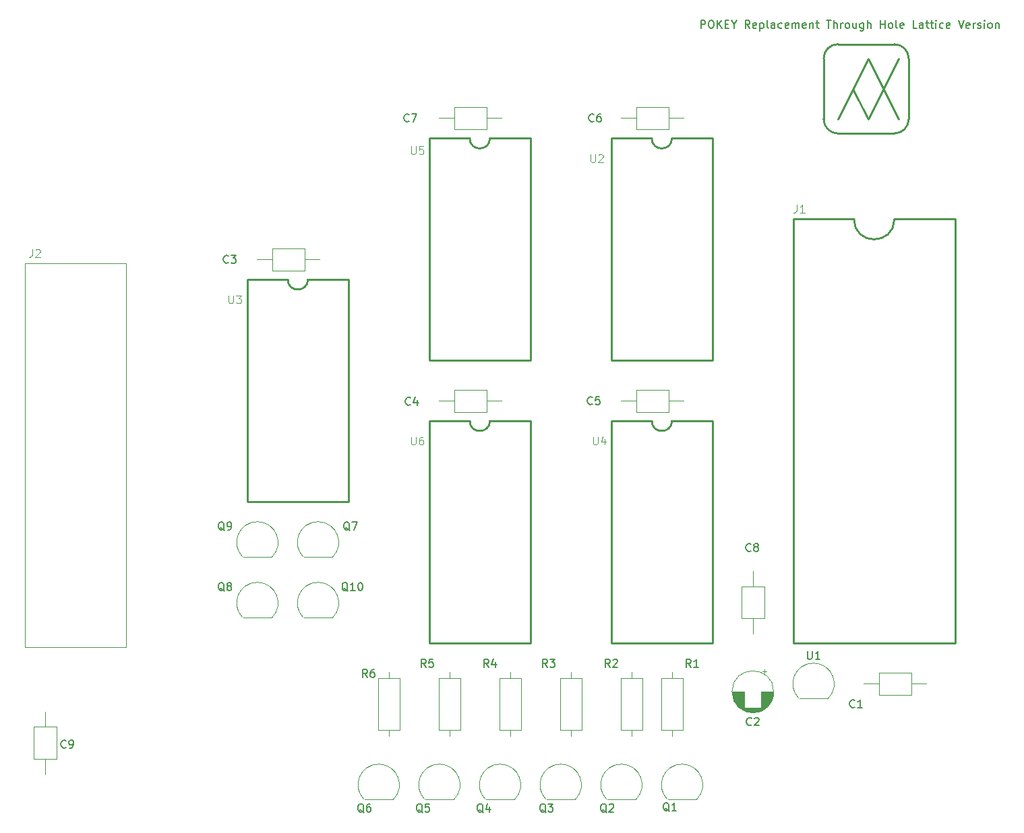
<source format=gbr>
%TF.GenerationSoftware,KiCad,Pcbnew,7.0.9*%
%TF.CreationDate,2024-11-14T04:31:41-07:00*%
%TF.ProjectId,Through_Hole_Single,5468726f-7567-4685-9f48-6f6c655f5369,rev?*%
%TF.SameCoordinates,Original*%
%TF.FileFunction,Legend,Top*%
%TF.FilePolarity,Positive*%
%FSLAX46Y46*%
G04 Gerber Fmt 4.6, Leading zero omitted, Abs format (unit mm)*
G04 Created by KiCad (PCBNEW 7.0.9) date 2024-11-14 04:31:41*
%MOMM*%
%LPD*%
G01*
G04 APERTURE LIST*
%ADD10C,0.254000*%
%ADD11C,0.150000*%
%ADD12C,0.100000*%
%ADD13C,0.120000*%
G04 APERTURE END LIST*
D10*
X172484051Y-46101000D02*
G75*
G03*
X170687999Y-44304949I-1796051J0D01*
G01*
X167404050Y-46101000D02*
X171214050Y-53721000D01*
X163594050Y-44304999D02*
G75*
G03*
X161797999Y-46101000I-50J-1796001D01*
G01*
X163594050Y-53721000D02*
X167404050Y-46101000D01*
X170687999Y-55517051D02*
X163594050Y-55517051D01*
X167404050Y-53721000D02*
X171214050Y-46101000D01*
X170687999Y-55517050D02*
G75*
G03*
X172484050Y-53721000I1J1796050D01*
G01*
X172484050Y-46101000D02*
X172484050Y-53721000D01*
X161797999Y-53721000D02*
X161797999Y-46101000D01*
X165499050Y-49911000D02*
X167404050Y-53721000D01*
X163594050Y-44304949D02*
X170687999Y-44304949D01*
X161797949Y-53721000D02*
G75*
G03*
X163594050Y-55517051I1796151J100D01*
G01*
D11*
X146386779Y-42287819D02*
X146386779Y-41287819D01*
X146386779Y-41287819D02*
X146767731Y-41287819D01*
X146767731Y-41287819D02*
X146862969Y-41335438D01*
X146862969Y-41335438D02*
X146910588Y-41383057D01*
X146910588Y-41383057D02*
X146958207Y-41478295D01*
X146958207Y-41478295D02*
X146958207Y-41621152D01*
X146958207Y-41621152D02*
X146910588Y-41716390D01*
X146910588Y-41716390D02*
X146862969Y-41764009D01*
X146862969Y-41764009D02*
X146767731Y-41811628D01*
X146767731Y-41811628D02*
X146386779Y-41811628D01*
X147577255Y-41287819D02*
X147767731Y-41287819D01*
X147767731Y-41287819D02*
X147862969Y-41335438D01*
X147862969Y-41335438D02*
X147958207Y-41430676D01*
X147958207Y-41430676D02*
X148005826Y-41621152D01*
X148005826Y-41621152D02*
X148005826Y-41954485D01*
X148005826Y-41954485D02*
X147958207Y-42144961D01*
X147958207Y-42144961D02*
X147862969Y-42240200D01*
X147862969Y-42240200D02*
X147767731Y-42287819D01*
X147767731Y-42287819D02*
X147577255Y-42287819D01*
X147577255Y-42287819D02*
X147482017Y-42240200D01*
X147482017Y-42240200D02*
X147386779Y-42144961D01*
X147386779Y-42144961D02*
X147339160Y-41954485D01*
X147339160Y-41954485D02*
X147339160Y-41621152D01*
X147339160Y-41621152D02*
X147386779Y-41430676D01*
X147386779Y-41430676D02*
X147482017Y-41335438D01*
X147482017Y-41335438D02*
X147577255Y-41287819D01*
X148434398Y-42287819D02*
X148434398Y-41287819D01*
X149005826Y-42287819D02*
X148577255Y-41716390D01*
X149005826Y-41287819D02*
X148434398Y-41859247D01*
X149434398Y-41764009D02*
X149767731Y-41764009D01*
X149910588Y-42287819D02*
X149434398Y-42287819D01*
X149434398Y-42287819D02*
X149434398Y-41287819D01*
X149434398Y-41287819D02*
X149910588Y-41287819D01*
X150529636Y-41811628D02*
X150529636Y-42287819D01*
X150196303Y-41287819D02*
X150529636Y-41811628D01*
X150529636Y-41811628D02*
X150862969Y-41287819D01*
X152529636Y-42287819D02*
X152196303Y-41811628D01*
X151958208Y-42287819D02*
X151958208Y-41287819D01*
X151958208Y-41287819D02*
X152339160Y-41287819D01*
X152339160Y-41287819D02*
X152434398Y-41335438D01*
X152434398Y-41335438D02*
X152482017Y-41383057D01*
X152482017Y-41383057D02*
X152529636Y-41478295D01*
X152529636Y-41478295D02*
X152529636Y-41621152D01*
X152529636Y-41621152D02*
X152482017Y-41716390D01*
X152482017Y-41716390D02*
X152434398Y-41764009D01*
X152434398Y-41764009D02*
X152339160Y-41811628D01*
X152339160Y-41811628D02*
X151958208Y-41811628D01*
X153339160Y-42240200D02*
X153243922Y-42287819D01*
X153243922Y-42287819D02*
X153053446Y-42287819D01*
X153053446Y-42287819D02*
X152958208Y-42240200D01*
X152958208Y-42240200D02*
X152910589Y-42144961D01*
X152910589Y-42144961D02*
X152910589Y-41764009D01*
X152910589Y-41764009D02*
X152958208Y-41668771D01*
X152958208Y-41668771D02*
X153053446Y-41621152D01*
X153053446Y-41621152D02*
X153243922Y-41621152D01*
X153243922Y-41621152D02*
X153339160Y-41668771D01*
X153339160Y-41668771D02*
X153386779Y-41764009D01*
X153386779Y-41764009D02*
X153386779Y-41859247D01*
X153386779Y-41859247D02*
X152910589Y-41954485D01*
X153815351Y-41621152D02*
X153815351Y-42621152D01*
X153815351Y-41668771D02*
X153910589Y-41621152D01*
X153910589Y-41621152D02*
X154101065Y-41621152D01*
X154101065Y-41621152D02*
X154196303Y-41668771D01*
X154196303Y-41668771D02*
X154243922Y-41716390D01*
X154243922Y-41716390D02*
X154291541Y-41811628D01*
X154291541Y-41811628D02*
X154291541Y-42097342D01*
X154291541Y-42097342D02*
X154243922Y-42192580D01*
X154243922Y-42192580D02*
X154196303Y-42240200D01*
X154196303Y-42240200D02*
X154101065Y-42287819D01*
X154101065Y-42287819D02*
X153910589Y-42287819D01*
X153910589Y-42287819D02*
X153815351Y-42240200D01*
X154862970Y-42287819D02*
X154767732Y-42240200D01*
X154767732Y-42240200D02*
X154720113Y-42144961D01*
X154720113Y-42144961D02*
X154720113Y-41287819D01*
X155672494Y-42287819D02*
X155672494Y-41764009D01*
X155672494Y-41764009D02*
X155624875Y-41668771D01*
X155624875Y-41668771D02*
X155529637Y-41621152D01*
X155529637Y-41621152D02*
X155339161Y-41621152D01*
X155339161Y-41621152D02*
X155243923Y-41668771D01*
X155672494Y-42240200D02*
X155577256Y-42287819D01*
X155577256Y-42287819D02*
X155339161Y-42287819D01*
X155339161Y-42287819D02*
X155243923Y-42240200D01*
X155243923Y-42240200D02*
X155196304Y-42144961D01*
X155196304Y-42144961D02*
X155196304Y-42049723D01*
X155196304Y-42049723D02*
X155243923Y-41954485D01*
X155243923Y-41954485D02*
X155339161Y-41906866D01*
X155339161Y-41906866D02*
X155577256Y-41906866D01*
X155577256Y-41906866D02*
X155672494Y-41859247D01*
X156577256Y-42240200D02*
X156482018Y-42287819D01*
X156482018Y-42287819D02*
X156291542Y-42287819D01*
X156291542Y-42287819D02*
X156196304Y-42240200D01*
X156196304Y-42240200D02*
X156148685Y-42192580D01*
X156148685Y-42192580D02*
X156101066Y-42097342D01*
X156101066Y-42097342D02*
X156101066Y-41811628D01*
X156101066Y-41811628D02*
X156148685Y-41716390D01*
X156148685Y-41716390D02*
X156196304Y-41668771D01*
X156196304Y-41668771D02*
X156291542Y-41621152D01*
X156291542Y-41621152D02*
X156482018Y-41621152D01*
X156482018Y-41621152D02*
X156577256Y-41668771D01*
X157386780Y-42240200D02*
X157291542Y-42287819D01*
X157291542Y-42287819D02*
X157101066Y-42287819D01*
X157101066Y-42287819D02*
X157005828Y-42240200D01*
X157005828Y-42240200D02*
X156958209Y-42144961D01*
X156958209Y-42144961D02*
X156958209Y-41764009D01*
X156958209Y-41764009D02*
X157005828Y-41668771D01*
X157005828Y-41668771D02*
X157101066Y-41621152D01*
X157101066Y-41621152D02*
X157291542Y-41621152D01*
X157291542Y-41621152D02*
X157386780Y-41668771D01*
X157386780Y-41668771D02*
X157434399Y-41764009D01*
X157434399Y-41764009D02*
X157434399Y-41859247D01*
X157434399Y-41859247D02*
X156958209Y-41954485D01*
X157862971Y-42287819D02*
X157862971Y-41621152D01*
X157862971Y-41716390D02*
X157910590Y-41668771D01*
X157910590Y-41668771D02*
X158005828Y-41621152D01*
X158005828Y-41621152D02*
X158148685Y-41621152D01*
X158148685Y-41621152D02*
X158243923Y-41668771D01*
X158243923Y-41668771D02*
X158291542Y-41764009D01*
X158291542Y-41764009D02*
X158291542Y-42287819D01*
X158291542Y-41764009D02*
X158339161Y-41668771D01*
X158339161Y-41668771D02*
X158434399Y-41621152D01*
X158434399Y-41621152D02*
X158577256Y-41621152D01*
X158577256Y-41621152D02*
X158672495Y-41668771D01*
X158672495Y-41668771D02*
X158720114Y-41764009D01*
X158720114Y-41764009D02*
X158720114Y-42287819D01*
X159577256Y-42240200D02*
X159482018Y-42287819D01*
X159482018Y-42287819D02*
X159291542Y-42287819D01*
X159291542Y-42287819D02*
X159196304Y-42240200D01*
X159196304Y-42240200D02*
X159148685Y-42144961D01*
X159148685Y-42144961D02*
X159148685Y-41764009D01*
X159148685Y-41764009D02*
X159196304Y-41668771D01*
X159196304Y-41668771D02*
X159291542Y-41621152D01*
X159291542Y-41621152D02*
X159482018Y-41621152D01*
X159482018Y-41621152D02*
X159577256Y-41668771D01*
X159577256Y-41668771D02*
X159624875Y-41764009D01*
X159624875Y-41764009D02*
X159624875Y-41859247D01*
X159624875Y-41859247D02*
X159148685Y-41954485D01*
X160053447Y-41621152D02*
X160053447Y-42287819D01*
X160053447Y-41716390D02*
X160101066Y-41668771D01*
X160101066Y-41668771D02*
X160196304Y-41621152D01*
X160196304Y-41621152D02*
X160339161Y-41621152D01*
X160339161Y-41621152D02*
X160434399Y-41668771D01*
X160434399Y-41668771D02*
X160482018Y-41764009D01*
X160482018Y-41764009D02*
X160482018Y-42287819D01*
X160815352Y-41621152D02*
X161196304Y-41621152D01*
X160958209Y-41287819D02*
X160958209Y-42144961D01*
X160958209Y-42144961D02*
X161005828Y-42240200D01*
X161005828Y-42240200D02*
X161101066Y-42287819D01*
X161101066Y-42287819D02*
X161196304Y-42287819D01*
X162148686Y-41287819D02*
X162720114Y-41287819D01*
X162434400Y-42287819D02*
X162434400Y-41287819D01*
X163053448Y-42287819D02*
X163053448Y-41287819D01*
X163482019Y-42287819D02*
X163482019Y-41764009D01*
X163482019Y-41764009D02*
X163434400Y-41668771D01*
X163434400Y-41668771D02*
X163339162Y-41621152D01*
X163339162Y-41621152D02*
X163196305Y-41621152D01*
X163196305Y-41621152D02*
X163101067Y-41668771D01*
X163101067Y-41668771D02*
X163053448Y-41716390D01*
X163958210Y-42287819D02*
X163958210Y-41621152D01*
X163958210Y-41811628D02*
X164005829Y-41716390D01*
X164005829Y-41716390D02*
X164053448Y-41668771D01*
X164053448Y-41668771D02*
X164148686Y-41621152D01*
X164148686Y-41621152D02*
X164243924Y-41621152D01*
X164720115Y-42287819D02*
X164624877Y-42240200D01*
X164624877Y-42240200D02*
X164577258Y-42192580D01*
X164577258Y-42192580D02*
X164529639Y-42097342D01*
X164529639Y-42097342D02*
X164529639Y-41811628D01*
X164529639Y-41811628D02*
X164577258Y-41716390D01*
X164577258Y-41716390D02*
X164624877Y-41668771D01*
X164624877Y-41668771D02*
X164720115Y-41621152D01*
X164720115Y-41621152D02*
X164862972Y-41621152D01*
X164862972Y-41621152D02*
X164958210Y-41668771D01*
X164958210Y-41668771D02*
X165005829Y-41716390D01*
X165005829Y-41716390D02*
X165053448Y-41811628D01*
X165053448Y-41811628D02*
X165053448Y-42097342D01*
X165053448Y-42097342D02*
X165005829Y-42192580D01*
X165005829Y-42192580D02*
X164958210Y-42240200D01*
X164958210Y-42240200D02*
X164862972Y-42287819D01*
X164862972Y-42287819D02*
X164720115Y-42287819D01*
X165910591Y-41621152D02*
X165910591Y-42287819D01*
X165482020Y-41621152D02*
X165482020Y-42144961D01*
X165482020Y-42144961D02*
X165529639Y-42240200D01*
X165529639Y-42240200D02*
X165624877Y-42287819D01*
X165624877Y-42287819D02*
X165767734Y-42287819D01*
X165767734Y-42287819D02*
X165862972Y-42240200D01*
X165862972Y-42240200D02*
X165910591Y-42192580D01*
X166815353Y-41621152D02*
X166815353Y-42430676D01*
X166815353Y-42430676D02*
X166767734Y-42525914D01*
X166767734Y-42525914D02*
X166720115Y-42573533D01*
X166720115Y-42573533D02*
X166624877Y-42621152D01*
X166624877Y-42621152D02*
X166482020Y-42621152D01*
X166482020Y-42621152D02*
X166386782Y-42573533D01*
X166815353Y-42240200D02*
X166720115Y-42287819D01*
X166720115Y-42287819D02*
X166529639Y-42287819D01*
X166529639Y-42287819D02*
X166434401Y-42240200D01*
X166434401Y-42240200D02*
X166386782Y-42192580D01*
X166386782Y-42192580D02*
X166339163Y-42097342D01*
X166339163Y-42097342D02*
X166339163Y-41811628D01*
X166339163Y-41811628D02*
X166386782Y-41716390D01*
X166386782Y-41716390D02*
X166434401Y-41668771D01*
X166434401Y-41668771D02*
X166529639Y-41621152D01*
X166529639Y-41621152D02*
X166720115Y-41621152D01*
X166720115Y-41621152D02*
X166815353Y-41668771D01*
X167291544Y-42287819D02*
X167291544Y-41287819D01*
X167720115Y-42287819D02*
X167720115Y-41764009D01*
X167720115Y-41764009D02*
X167672496Y-41668771D01*
X167672496Y-41668771D02*
X167577258Y-41621152D01*
X167577258Y-41621152D02*
X167434401Y-41621152D01*
X167434401Y-41621152D02*
X167339163Y-41668771D01*
X167339163Y-41668771D02*
X167291544Y-41716390D01*
X168958211Y-42287819D02*
X168958211Y-41287819D01*
X168958211Y-41764009D02*
X169529639Y-41764009D01*
X169529639Y-42287819D02*
X169529639Y-41287819D01*
X170148687Y-42287819D02*
X170053449Y-42240200D01*
X170053449Y-42240200D02*
X170005830Y-42192580D01*
X170005830Y-42192580D02*
X169958211Y-42097342D01*
X169958211Y-42097342D02*
X169958211Y-41811628D01*
X169958211Y-41811628D02*
X170005830Y-41716390D01*
X170005830Y-41716390D02*
X170053449Y-41668771D01*
X170053449Y-41668771D02*
X170148687Y-41621152D01*
X170148687Y-41621152D02*
X170291544Y-41621152D01*
X170291544Y-41621152D02*
X170386782Y-41668771D01*
X170386782Y-41668771D02*
X170434401Y-41716390D01*
X170434401Y-41716390D02*
X170482020Y-41811628D01*
X170482020Y-41811628D02*
X170482020Y-42097342D01*
X170482020Y-42097342D02*
X170434401Y-42192580D01*
X170434401Y-42192580D02*
X170386782Y-42240200D01*
X170386782Y-42240200D02*
X170291544Y-42287819D01*
X170291544Y-42287819D02*
X170148687Y-42287819D01*
X171053449Y-42287819D02*
X170958211Y-42240200D01*
X170958211Y-42240200D02*
X170910592Y-42144961D01*
X170910592Y-42144961D02*
X170910592Y-41287819D01*
X171815354Y-42240200D02*
X171720116Y-42287819D01*
X171720116Y-42287819D02*
X171529640Y-42287819D01*
X171529640Y-42287819D02*
X171434402Y-42240200D01*
X171434402Y-42240200D02*
X171386783Y-42144961D01*
X171386783Y-42144961D02*
X171386783Y-41764009D01*
X171386783Y-41764009D02*
X171434402Y-41668771D01*
X171434402Y-41668771D02*
X171529640Y-41621152D01*
X171529640Y-41621152D02*
X171720116Y-41621152D01*
X171720116Y-41621152D02*
X171815354Y-41668771D01*
X171815354Y-41668771D02*
X171862973Y-41764009D01*
X171862973Y-41764009D02*
X171862973Y-41859247D01*
X171862973Y-41859247D02*
X171386783Y-41954485D01*
X173529640Y-42287819D02*
X173053450Y-42287819D01*
X173053450Y-42287819D02*
X173053450Y-41287819D01*
X174291545Y-42287819D02*
X174291545Y-41764009D01*
X174291545Y-41764009D02*
X174243926Y-41668771D01*
X174243926Y-41668771D02*
X174148688Y-41621152D01*
X174148688Y-41621152D02*
X173958212Y-41621152D01*
X173958212Y-41621152D02*
X173862974Y-41668771D01*
X174291545Y-42240200D02*
X174196307Y-42287819D01*
X174196307Y-42287819D02*
X173958212Y-42287819D01*
X173958212Y-42287819D02*
X173862974Y-42240200D01*
X173862974Y-42240200D02*
X173815355Y-42144961D01*
X173815355Y-42144961D02*
X173815355Y-42049723D01*
X173815355Y-42049723D02*
X173862974Y-41954485D01*
X173862974Y-41954485D02*
X173958212Y-41906866D01*
X173958212Y-41906866D02*
X174196307Y-41906866D01*
X174196307Y-41906866D02*
X174291545Y-41859247D01*
X174624879Y-41621152D02*
X175005831Y-41621152D01*
X174767736Y-41287819D02*
X174767736Y-42144961D01*
X174767736Y-42144961D02*
X174815355Y-42240200D01*
X174815355Y-42240200D02*
X174910593Y-42287819D01*
X174910593Y-42287819D02*
X175005831Y-42287819D01*
X175196308Y-41621152D02*
X175577260Y-41621152D01*
X175339165Y-41287819D02*
X175339165Y-42144961D01*
X175339165Y-42144961D02*
X175386784Y-42240200D01*
X175386784Y-42240200D02*
X175482022Y-42287819D01*
X175482022Y-42287819D02*
X175577260Y-42287819D01*
X175910594Y-42287819D02*
X175910594Y-41621152D01*
X175910594Y-41287819D02*
X175862975Y-41335438D01*
X175862975Y-41335438D02*
X175910594Y-41383057D01*
X175910594Y-41383057D02*
X175958213Y-41335438D01*
X175958213Y-41335438D02*
X175910594Y-41287819D01*
X175910594Y-41287819D02*
X175910594Y-41383057D01*
X176815355Y-42240200D02*
X176720117Y-42287819D01*
X176720117Y-42287819D02*
X176529641Y-42287819D01*
X176529641Y-42287819D02*
X176434403Y-42240200D01*
X176434403Y-42240200D02*
X176386784Y-42192580D01*
X176386784Y-42192580D02*
X176339165Y-42097342D01*
X176339165Y-42097342D02*
X176339165Y-41811628D01*
X176339165Y-41811628D02*
X176386784Y-41716390D01*
X176386784Y-41716390D02*
X176434403Y-41668771D01*
X176434403Y-41668771D02*
X176529641Y-41621152D01*
X176529641Y-41621152D02*
X176720117Y-41621152D01*
X176720117Y-41621152D02*
X176815355Y-41668771D01*
X177624879Y-42240200D02*
X177529641Y-42287819D01*
X177529641Y-42287819D02*
X177339165Y-42287819D01*
X177339165Y-42287819D02*
X177243927Y-42240200D01*
X177243927Y-42240200D02*
X177196308Y-42144961D01*
X177196308Y-42144961D02*
X177196308Y-41764009D01*
X177196308Y-41764009D02*
X177243927Y-41668771D01*
X177243927Y-41668771D02*
X177339165Y-41621152D01*
X177339165Y-41621152D02*
X177529641Y-41621152D01*
X177529641Y-41621152D02*
X177624879Y-41668771D01*
X177624879Y-41668771D02*
X177672498Y-41764009D01*
X177672498Y-41764009D02*
X177672498Y-41859247D01*
X177672498Y-41859247D02*
X177196308Y-41954485D01*
X178720118Y-41287819D02*
X179053451Y-42287819D01*
X179053451Y-42287819D02*
X179386784Y-41287819D01*
X180101070Y-42240200D02*
X180005832Y-42287819D01*
X180005832Y-42287819D02*
X179815356Y-42287819D01*
X179815356Y-42287819D02*
X179720118Y-42240200D01*
X179720118Y-42240200D02*
X179672499Y-42144961D01*
X179672499Y-42144961D02*
X179672499Y-41764009D01*
X179672499Y-41764009D02*
X179720118Y-41668771D01*
X179720118Y-41668771D02*
X179815356Y-41621152D01*
X179815356Y-41621152D02*
X180005832Y-41621152D01*
X180005832Y-41621152D02*
X180101070Y-41668771D01*
X180101070Y-41668771D02*
X180148689Y-41764009D01*
X180148689Y-41764009D02*
X180148689Y-41859247D01*
X180148689Y-41859247D02*
X179672499Y-41954485D01*
X180577261Y-42287819D02*
X180577261Y-41621152D01*
X180577261Y-41811628D02*
X180624880Y-41716390D01*
X180624880Y-41716390D02*
X180672499Y-41668771D01*
X180672499Y-41668771D02*
X180767737Y-41621152D01*
X180767737Y-41621152D02*
X180862975Y-41621152D01*
X181148690Y-42240200D02*
X181243928Y-42287819D01*
X181243928Y-42287819D02*
X181434404Y-42287819D01*
X181434404Y-42287819D02*
X181529642Y-42240200D01*
X181529642Y-42240200D02*
X181577261Y-42144961D01*
X181577261Y-42144961D02*
X181577261Y-42097342D01*
X181577261Y-42097342D02*
X181529642Y-42002104D01*
X181529642Y-42002104D02*
X181434404Y-41954485D01*
X181434404Y-41954485D02*
X181291547Y-41954485D01*
X181291547Y-41954485D02*
X181196309Y-41906866D01*
X181196309Y-41906866D02*
X181148690Y-41811628D01*
X181148690Y-41811628D02*
X181148690Y-41764009D01*
X181148690Y-41764009D02*
X181196309Y-41668771D01*
X181196309Y-41668771D02*
X181291547Y-41621152D01*
X181291547Y-41621152D02*
X181434404Y-41621152D01*
X181434404Y-41621152D02*
X181529642Y-41668771D01*
X182005833Y-42287819D02*
X182005833Y-41621152D01*
X182005833Y-41287819D02*
X181958214Y-41335438D01*
X181958214Y-41335438D02*
X182005833Y-41383057D01*
X182005833Y-41383057D02*
X182053452Y-41335438D01*
X182053452Y-41335438D02*
X182005833Y-41287819D01*
X182005833Y-41287819D02*
X182005833Y-41383057D01*
X182624880Y-42287819D02*
X182529642Y-42240200D01*
X182529642Y-42240200D02*
X182482023Y-42192580D01*
X182482023Y-42192580D02*
X182434404Y-42097342D01*
X182434404Y-42097342D02*
X182434404Y-41811628D01*
X182434404Y-41811628D02*
X182482023Y-41716390D01*
X182482023Y-41716390D02*
X182529642Y-41668771D01*
X182529642Y-41668771D02*
X182624880Y-41621152D01*
X182624880Y-41621152D02*
X182767737Y-41621152D01*
X182767737Y-41621152D02*
X182862975Y-41668771D01*
X182862975Y-41668771D02*
X182910594Y-41716390D01*
X182910594Y-41716390D02*
X182958213Y-41811628D01*
X182958213Y-41811628D02*
X182958213Y-42097342D01*
X182958213Y-42097342D02*
X182910594Y-42192580D01*
X182910594Y-42192580D02*
X182862975Y-42240200D01*
X182862975Y-42240200D02*
X182767737Y-42287819D01*
X182767737Y-42287819D02*
X182624880Y-42287819D01*
X183386785Y-41621152D02*
X183386785Y-42287819D01*
X183386785Y-41716390D02*
X183434404Y-41668771D01*
X183434404Y-41668771D02*
X183529642Y-41621152D01*
X183529642Y-41621152D02*
X183672499Y-41621152D01*
X183672499Y-41621152D02*
X183767737Y-41668771D01*
X183767737Y-41668771D02*
X183815356Y-41764009D01*
X183815356Y-41764009D02*
X183815356Y-42287819D01*
X87035333Y-71733580D02*
X86987714Y-71781200D01*
X86987714Y-71781200D02*
X86844857Y-71828819D01*
X86844857Y-71828819D02*
X86749619Y-71828819D01*
X86749619Y-71828819D02*
X86606762Y-71781200D01*
X86606762Y-71781200D02*
X86511524Y-71685961D01*
X86511524Y-71685961D02*
X86463905Y-71590723D01*
X86463905Y-71590723D02*
X86416286Y-71400247D01*
X86416286Y-71400247D02*
X86416286Y-71257390D01*
X86416286Y-71257390D02*
X86463905Y-71066914D01*
X86463905Y-71066914D02*
X86511524Y-70971676D01*
X86511524Y-70971676D02*
X86606762Y-70876438D01*
X86606762Y-70876438D02*
X86749619Y-70828819D01*
X86749619Y-70828819D02*
X86844857Y-70828819D01*
X86844857Y-70828819D02*
X86987714Y-70876438D01*
X86987714Y-70876438D02*
X87035333Y-70924057D01*
X87368667Y-70828819D02*
X87987714Y-70828819D01*
X87987714Y-70828819D02*
X87654381Y-71209771D01*
X87654381Y-71209771D02*
X87797238Y-71209771D01*
X87797238Y-71209771D02*
X87892476Y-71257390D01*
X87892476Y-71257390D02*
X87940095Y-71305009D01*
X87940095Y-71305009D02*
X87987714Y-71400247D01*
X87987714Y-71400247D02*
X87987714Y-71638342D01*
X87987714Y-71638342D02*
X87940095Y-71733580D01*
X87940095Y-71733580D02*
X87892476Y-71781200D01*
X87892476Y-71781200D02*
X87797238Y-71828819D01*
X87797238Y-71828819D02*
X87511524Y-71828819D01*
X87511524Y-71828819D02*
X87416286Y-71781200D01*
X87416286Y-71781200D02*
X87368667Y-71733580D01*
X86518761Y-105452057D02*
X86423523Y-105404438D01*
X86423523Y-105404438D02*
X86328285Y-105309200D01*
X86328285Y-105309200D02*
X86185428Y-105166342D01*
X86185428Y-105166342D02*
X86090190Y-105118723D01*
X86090190Y-105118723D02*
X85994952Y-105118723D01*
X86042571Y-105356819D02*
X85947333Y-105309200D01*
X85947333Y-105309200D02*
X85852095Y-105213961D01*
X85852095Y-105213961D02*
X85804476Y-105023485D01*
X85804476Y-105023485D02*
X85804476Y-104690152D01*
X85804476Y-104690152D02*
X85852095Y-104499676D01*
X85852095Y-104499676D02*
X85947333Y-104404438D01*
X85947333Y-104404438D02*
X86042571Y-104356819D01*
X86042571Y-104356819D02*
X86233047Y-104356819D01*
X86233047Y-104356819D02*
X86328285Y-104404438D01*
X86328285Y-104404438D02*
X86423523Y-104499676D01*
X86423523Y-104499676D02*
X86471142Y-104690152D01*
X86471142Y-104690152D02*
X86471142Y-105023485D01*
X86471142Y-105023485D02*
X86423523Y-105213961D01*
X86423523Y-105213961D02*
X86328285Y-105309200D01*
X86328285Y-105309200D02*
X86233047Y-105356819D01*
X86233047Y-105356819D02*
X86042571Y-105356819D01*
X86947333Y-105356819D02*
X87137809Y-105356819D01*
X87137809Y-105356819D02*
X87233047Y-105309200D01*
X87233047Y-105309200D02*
X87280666Y-105261580D01*
X87280666Y-105261580D02*
X87375904Y-105118723D01*
X87375904Y-105118723D02*
X87423523Y-104928247D01*
X87423523Y-104928247D02*
X87423523Y-104547295D01*
X87423523Y-104547295D02*
X87375904Y-104452057D01*
X87375904Y-104452057D02*
X87328285Y-104404438D01*
X87328285Y-104404438D02*
X87233047Y-104356819D01*
X87233047Y-104356819D02*
X87042571Y-104356819D01*
X87042571Y-104356819D02*
X86947333Y-104404438D01*
X86947333Y-104404438D02*
X86899714Y-104452057D01*
X86899714Y-104452057D02*
X86852095Y-104547295D01*
X86852095Y-104547295D02*
X86852095Y-104785390D01*
X86852095Y-104785390D02*
X86899714Y-104880628D01*
X86899714Y-104880628D02*
X86947333Y-104928247D01*
X86947333Y-104928247D02*
X87042571Y-104975866D01*
X87042571Y-104975866D02*
X87233047Y-104975866D01*
X87233047Y-104975866D02*
X87328285Y-104928247D01*
X87328285Y-104928247D02*
X87375904Y-104880628D01*
X87375904Y-104880628D02*
X87423523Y-104785390D01*
X132755333Y-89513580D02*
X132707714Y-89561200D01*
X132707714Y-89561200D02*
X132564857Y-89608819D01*
X132564857Y-89608819D02*
X132469619Y-89608819D01*
X132469619Y-89608819D02*
X132326762Y-89561200D01*
X132326762Y-89561200D02*
X132231524Y-89465961D01*
X132231524Y-89465961D02*
X132183905Y-89370723D01*
X132183905Y-89370723D02*
X132136286Y-89180247D01*
X132136286Y-89180247D02*
X132136286Y-89037390D01*
X132136286Y-89037390D02*
X132183905Y-88846914D01*
X132183905Y-88846914D02*
X132231524Y-88751676D01*
X132231524Y-88751676D02*
X132326762Y-88656438D01*
X132326762Y-88656438D02*
X132469619Y-88608819D01*
X132469619Y-88608819D02*
X132564857Y-88608819D01*
X132564857Y-88608819D02*
X132707714Y-88656438D01*
X132707714Y-88656438D02*
X132755333Y-88704057D01*
X133660095Y-88608819D02*
X133183905Y-88608819D01*
X133183905Y-88608819D02*
X133136286Y-89085009D01*
X133136286Y-89085009D02*
X133183905Y-89037390D01*
X133183905Y-89037390D02*
X133279143Y-88989771D01*
X133279143Y-88989771D02*
X133517238Y-88989771D01*
X133517238Y-88989771D02*
X133612476Y-89037390D01*
X133612476Y-89037390D02*
X133660095Y-89085009D01*
X133660095Y-89085009D02*
X133707714Y-89180247D01*
X133707714Y-89180247D02*
X133707714Y-89418342D01*
X133707714Y-89418342D02*
X133660095Y-89513580D01*
X133660095Y-89513580D02*
X133612476Y-89561200D01*
X133612476Y-89561200D02*
X133517238Y-89608819D01*
X133517238Y-89608819D02*
X133279143Y-89608819D01*
X133279143Y-89608819D02*
X133183905Y-89561200D01*
X133183905Y-89561200D02*
X133136286Y-89513580D01*
X86518761Y-113072057D02*
X86423523Y-113024438D01*
X86423523Y-113024438D02*
X86328285Y-112929200D01*
X86328285Y-112929200D02*
X86185428Y-112786342D01*
X86185428Y-112786342D02*
X86090190Y-112738723D01*
X86090190Y-112738723D02*
X85994952Y-112738723D01*
X86042571Y-112976819D02*
X85947333Y-112929200D01*
X85947333Y-112929200D02*
X85852095Y-112833961D01*
X85852095Y-112833961D02*
X85804476Y-112643485D01*
X85804476Y-112643485D02*
X85804476Y-112310152D01*
X85804476Y-112310152D02*
X85852095Y-112119676D01*
X85852095Y-112119676D02*
X85947333Y-112024438D01*
X85947333Y-112024438D02*
X86042571Y-111976819D01*
X86042571Y-111976819D02*
X86233047Y-111976819D01*
X86233047Y-111976819D02*
X86328285Y-112024438D01*
X86328285Y-112024438D02*
X86423523Y-112119676D01*
X86423523Y-112119676D02*
X86471142Y-112310152D01*
X86471142Y-112310152D02*
X86471142Y-112643485D01*
X86471142Y-112643485D02*
X86423523Y-112833961D01*
X86423523Y-112833961D02*
X86328285Y-112929200D01*
X86328285Y-112929200D02*
X86233047Y-112976819D01*
X86233047Y-112976819D02*
X86042571Y-112976819D01*
X87042571Y-112405390D02*
X86947333Y-112357771D01*
X86947333Y-112357771D02*
X86899714Y-112310152D01*
X86899714Y-112310152D02*
X86852095Y-112214914D01*
X86852095Y-112214914D02*
X86852095Y-112167295D01*
X86852095Y-112167295D02*
X86899714Y-112072057D01*
X86899714Y-112072057D02*
X86947333Y-112024438D01*
X86947333Y-112024438D02*
X87042571Y-111976819D01*
X87042571Y-111976819D02*
X87233047Y-111976819D01*
X87233047Y-111976819D02*
X87328285Y-112024438D01*
X87328285Y-112024438D02*
X87375904Y-112072057D01*
X87375904Y-112072057D02*
X87423523Y-112167295D01*
X87423523Y-112167295D02*
X87423523Y-112214914D01*
X87423523Y-112214914D02*
X87375904Y-112310152D01*
X87375904Y-112310152D02*
X87328285Y-112357771D01*
X87328285Y-112357771D02*
X87233047Y-112405390D01*
X87233047Y-112405390D02*
X87042571Y-112405390D01*
X87042571Y-112405390D02*
X86947333Y-112453009D01*
X86947333Y-112453009D02*
X86899714Y-112500628D01*
X86899714Y-112500628D02*
X86852095Y-112595866D01*
X86852095Y-112595866D02*
X86852095Y-112786342D01*
X86852095Y-112786342D02*
X86899714Y-112881580D01*
X86899714Y-112881580D02*
X86947333Y-112929200D01*
X86947333Y-112929200D02*
X87042571Y-112976819D01*
X87042571Y-112976819D02*
X87233047Y-112976819D01*
X87233047Y-112976819D02*
X87328285Y-112929200D01*
X87328285Y-112929200D02*
X87375904Y-112881580D01*
X87375904Y-112881580D02*
X87423523Y-112786342D01*
X87423523Y-112786342D02*
X87423523Y-112595866D01*
X87423523Y-112595866D02*
X87375904Y-112500628D01*
X87375904Y-112500628D02*
X87328285Y-112453009D01*
X87328285Y-112453009D02*
X87233047Y-112405390D01*
D12*
X109982095Y-57115419D02*
X109982095Y-57924942D01*
X109982095Y-57924942D02*
X110029714Y-58020180D01*
X110029714Y-58020180D02*
X110077333Y-58067800D01*
X110077333Y-58067800D02*
X110172571Y-58115419D01*
X110172571Y-58115419D02*
X110363047Y-58115419D01*
X110363047Y-58115419D02*
X110458285Y-58067800D01*
X110458285Y-58067800D02*
X110505904Y-58020180D01*
X110505904Y-58020180D02*
X110553523Y-57924942D01*
X110553523Y-57924942D02*
X110553523Y-57115419D01*
X111505904Y-57115419D02*
X111029714Y-57115419D01*
X111029714Y-57115419D02*
X110982095Y-57591609D01*
X110982095Y-57591609D02*
X111029714Y-57543990D01*
X111029714Y-57543990D02*
X111124952Y-57496371D01*
X111124952Y-57496371D02*
X111363047Y-57496371D01*
X111363047Y-57496371D02*
X111458285Y-57543990D01*
X111458285Y-57543990D02*
X111505904Y-57591609D01*
X111505904Y-57591609D02*
X111553523Y-57686847D01*
X111553523Y-57686847D02*
X111553523Y-57924942D01*
X111553523Y-57924942D02*
X111505904Y-58020180D01*
X111505904Y-58020180D02*
X111458285Y-58067800D01*
X111458285Y-58067800D02*
X111363047Y-58115419D01*
X111363047Y-58115419D02*
X111124952Y-58115419D01*
X111124952Y-58115419D02*
X111029714Y-58067800D01*
X111029714Y-58067800D02*
X110982095Y-58020180D01*
D11*
X102266761Y-105452057D02*
X102171523Y-105404438D01*
X102171523Y-105404438D02*
X102076285Y-105309200D01*
X102076285Y-105309200D02*
X101933428Y-105166342D01*
X101933428Y-105166342D02*
X101838190Y-105118723D01*
X101838190Y-105118723D02*
X101742952Y-105118723D01*
X101790571Y-105356819D02*
X101695333Y-105309200D01*
X101695333Y-105309200D02*
X101600095Y-105213961D01*
X101600095Y-105213961D02*
X101552476Y-105023485D01*
X101552476Y-105023485D02*
X101552476Y-104690152D01*
X101552476Y-104690152D02*
X101600095Y-104499676D01*
X101600095Y-104499676D02*
X101695333Y-104404438D01*
X101695333Y-104404438D02*
X101790571Y-104356819D01*
X101790571Y-104356819D02*
X101981047Y-104356819D01*
X101981047Y-104356819D02*
X102076285Y-104404438D01*
X102076285Y-104404438D02*
X102171523Y-104499676D01*
X102171523Y-104499676D02*
X102219142Y-104690152D01*
X102219142Y-104690152D02*
X102219142Y-105023485D01*
X102219142Y-105023485D02*
X102171523Y-105213961D01*
X102171523Y-105213961D02*
X102076285Y-105309200D01*
X102076285Y-105309200D02*
X101981047Y-105356819D01*
X101981047Y-105356819D02*
X101790571Y-105356819D01*
X102552476Y-104356819D02*
X103219142Y-104356819D01*
X103219142Y-104356819D02*
X102790571Y-105356819D01*
D12*
X87074095Y-75871419D02*
X87074095Y-76680942D01*
X87074095Y-76680942D02*
X87121714Y-76776180D01*
X87121714Y-76776180D02*
X87169333Y-76823800D01*
X87169333Y-76823800D02*
X87264571Y-76871419D01*
X87264571Y-76871419D02*
X87455047Y-76871419D01*
X87455047Y-76871419D02*
X87550285Y-76823800D01*
X87550285Y-76823800D02*
X87597904Y-76776180D01*
X87597904Y-76776180D02*
X87645523Y-76680942D01*
X87645523Y-76680942D02*
X87645523Y-75871419D01*
X88026476Y-75871419D02*
X88645523Y-75871419D01*
X88645523Y-75871419D02*
X88312190Y-76252371D01*
X88312190Y-76252371D02*
X88455047Y-76252371D01*
X88455047Y-76252371D02*
X88550285Y-76299990D01*
X88550285Y-76299990D02*
X88597904Y-76347609D01*
X88597904Y-76347609D02*
X88645523Y-76442847D01*
X88645523Y-76442847D02*
X88645523Y-76680942D01*
X88645523Y-76680942D02*
X88597904Y-76776180D01*
X88597904Y-76776180D02*
X88550285Y-76823800D01*
X88550285Y-76823800D02*
X88455047Y-76871419D01*
X88455047Y-76871419D02*
X88169333Y-76871419D01*
X88169333Y-76871419D02*
X88074095Y-76823800D01*
X88074095Y-76823800D02*
X88026476Y-76776180D01*
D11*
X111847333Y-122628819D02*
X111514000Y-122152628D01*
X111275905Y-122628819D02*
X111275905Y-121628819D01*
X111275905Y-121628819D02*
X111656857Y-121628819D01*
X111656857Y-121628819D02*
X111752095Y-121676438D01*
X111752095Y-121676438D02*
X111799714Y-121724057D01*
X111799714Y-121724057D02*
X111847333Y-121819295D01*
X111847333Y-121819295D02*
X111847333Y-121962152D01*
X111847333Y-121962152D02*
X111799714Y-122057390D01*
X111799714Y-122057390D02*
X111752095Y-122105009D01*
X111752095Y-122105009D02*
X111656857Y-122152628D01*
X111656857Y-122152628D02*
X111275905Y-122152628D01*
X112752095Y-121628819D02*
X112275905Y-121628819D01*
X112275905Y-121628819D02*
X112228286Y-122105009D01*
X112228286Y-122105009D02*
X112275905Y-122057390D01*
X112275905Y-122057390D02*
X112371143Y-122009771D01*
X112371143Y-122009771D02*
X112609238Y-122009771D01*
X112609238Y-122009771D02*
X112704476Y-122057390D01*
X112704476Y-122057390D02*
X112752095Y-122105009D01*
X112752095Y-122105009D02*
X112799714Y-122200247D01*
X112799714Y-122200247D02*
X112799714Y-122438342D01*
X112799714Y-122438342D02*
X112752095Y-122533580D01*
X112752095Y-122533580D02*
X112704476Y-122581200D01*
X112704476Y-122581200D02*
X112609238Y-122628819D01*
X112609238Y-122628819D02*
X112371143Y-122628819D01*
X112371143Y-122628819D02*
X112275905Y-122581200D01*
X112275905Y-122581200D02*
X112228286Y-122533580D01*
X159766095Y-120608819D02*
X159766095Y-121418342D01*
X159766095Y-121418342D02*
X159813714Y-121513580D01*
X159813714Y-121513580D02*
X159861333Y-121561200D01*
X159861333Y-121561200D02*
X159956571Y-121608819D01*
X159956571Y-121608819D02*
X160147047Y-121608819D01*
X160147047Y-121608819D02*
X160242285Y-121561200D01*
X160242285Y-121561200D02*
X160289904Y-121513580D01*
X160289904Y-121513580D02*
X160337523Y-121418342D01*
X160337523Y-121418342D02*
X160337523Y-120608819D01*
X161337523Y-121608819D02*
X160766095Y-121608819D01*
X161051809Y-121608819D02*
X161051809Y-120608819D01*
X161051809Y-120608819D02*
X160956571Y-120751676D01*
X160956571Y-120751676D02*
X160861333Y-120846914D01*
X160861333Y-120846914D02*
X160766095Y-120894533D01*
X102044571Y-113072057D02*
X101949333Y-113024438D01*
X101949333Y-113024438D02*
X101854095Y-112929200D01*
X101854095Y-112929200D02*
X101711238Y-112786342D01*
X101711238Y-112786342D02*
X101616000Y-112738723D01*
X101616000Y-112738723D02*
X101520762Y-112738723D01*
X101568381Y-112976819D02*
X101473143Y-112929200D01*
X101473143Y-112929200D02*
X101377905Y-112833961D01*
X101377905Y-112833961D02*
X101330286Y-112643485D01*
X101330286Y-112643485D02*
X101330286Y-112310152D01*
X101330286Y-112310152D02*
X101377905Y-112119676D01*
X101377905Y-112119676D02*
X101473143Y-112024438D01*
X101473143Y-112024438D02*
X101568381Y-111976819D01*
X101568381Y-111976819D02*
X101758857Y-111976819D01*
X101758857Y-111976819D02*
X101854095Y-112024438D01*
X101854095Y-112024438D02*
X101949333Y-112119676D01*
X101949333Y-112119676D02*
X101996952Y-112310152D01*
X101996952Y-112310152D02*
X101996952Y-112643485D01*
X101996952Y-112643485D02*
X101949333Y-112833961D01*
X101949333Y-112833961D02*
X101854095Y-112929200D01*
X101854095Y-112929200D02*
X101758857Y-112976819D01*
X101758857Y-112976819D02*
X101568381Y-112976819D01*
X102949333Y-112976819D02*
X102377905Y-112976819D01*
X102663619Y-112976819D02*
X102663619Y-111976819D01*
X102663619Y-111976819D02*
X102568381Y-112119676D01*
X102568381Y-112119676D02*
X102473143Y-112214914D01*
X102473143Y-112214914D02*
X102377905Y-112262533D01*
X103568381Y-111976819D02*
X103663619Y-111976819D01*
X103663619Y-111976819D02*
X103758857Y-112024438D01*
X103758857Y-112024438D02*
X103806476Y-112072057D01*
X103806476Y-112072057D02*
X103854095Y-112167295D01*
X103854095Y-112167295D02*
X103901714Y-112357771D01*
X103901714Y-112357771D02*
X103901714Y-112595866D01*
X103901714Y-112595866D02*
X103854095Y-112786342D01*
X103854095Y-112786342D02*
X103806476Y-112881580D01*
X103806476Y-112881580D02*
X103758857Y-112929200D01*
X103758857Y-112929200D02*
X103663619Y-112976819D01*
X103663619Y-112976819D02*
X103568381Y-112976819D01*
X103568381Y-112976819D02*
X103473143Y-112929200D01*
X103473143Y-112929200D02*
X103425524Y-112881580D01*
X103425524Y-112881580D02*
X103377905Y-112786342D01*
X103377905Y-112786342D02*
X103330286Y-112595866D01*
X103330286Y-112595866D02*
X103330286Y-112357771D01*
X103330286Y-112357771D02*
X103377905Y-112167295D01*
X103377905Y-112167295D02*
X103425524Y-112072057D01*
X103425524Y-112072057D02*
X103473143Y-112024438D01*
X103473143Y-112024438D02*
X103568381Y-111976819D01*
X119030761Y-140906057D02*
X118935523Y-140858438D01*
X118935523Y-140858438D02*
X118840285Y-140763200D01*
X118840285Y-140763200D02*
X118697428Y-140620342D01*
X118697428Y-140620342D02*
X118602190Y-140572723D01*
X118602190Y-140572723D02*
X118506952Y-140572723D01*
X118554571Y-140810819D02*
X118459333Y-140763200D01*
X118459333Y-140763200D02*
X118364095Y-140667961D01*
X118364095Y-140667961D02*
X118316476Y-140477485D01*
X118316476Y-140477485D02*
X118316476Y-140144152D01*
X118316476Y-140144152D02*
X118364095Y-139953676D01*
X118364095Y-139953676D02*
X118459333Y-139858438D01*
X118459333Y-139858438D02*
X118554571Y-139810819D01*
X118554571Y-139810819D02*
X118745047Y-139810819D01*
X118745047Y-139810819D02*
X118840285Y-139858438D01*
X118840285Y-139858438D02*
X118935523Y-139953676D01*
X118935523Y-139953676D02*
X118983142Y-140144152D01*
X118983142Y-140144152D02*
X118983142Y-140477485D01*
X118983142Y-140477485D02*
X118935523Y-140667961D01*
X118935523Y-140667961D02*
X118840285Y-140763200D01*
X118840285Y-140763200D02*
X118745047Y-140810819D01*
X118745047Y-140810819D02*
X118554571Y-140810819D01*
X119840285Y-140144152D02*
X119840285Y-140810819D01*
X119602190Y-139763200D02*
X119364095Y-140477485D01*
X119364095Y-140477485D02*
X119983142Y-140477485D01*
X111410761Y-140906057D02*
X111315523Y-140858438D01*
X111315523Y-140858438D02*
X111220285Y-140763200D01*
X111220285Y-140763200D02*
X111077428Y-140620342D01*
X111077428Y-140620342D02*
X110982190Y-140572723D01*
X110982190Y-140572723D02*
X110886952Y-140572723D01*
X110934571Y-140810819D02*
X110839333Y-140763200D01*
X110839333Y-140763200D02*
X110744095Y-140667961D01*
X110744095Y-140667961D02*
X110696476Y-140477485D01*
X110696476Y-140477485D02*
X110696476Y-140144152D01*
X110696476Y-140144152D02*
X110744095Y-139953676D01*
X110744095Y-139953676D02*
X110839333Y-139858438D01*
X110839333Y-139858438D02*
X110934571Y-139810819D01*
X110934571Y-139810819D02*
X111125047Y-139810819D01*
X111125047Y-139810819D02*
X111220285Y-139858438D01*
X111220285Y-139858438D02*
X111315523Y-139953676D01*
X111315523Y-139953676D02*
X111363142Y-140144152D01*
X111363142Y-140144152D02*
X111363142Y-140477485D01*
X111363142Y-140477485D02*
X111315523Y-140667961D01*
X111315523Y-140667961D02*
X111220285Y-140763200D01*
X111220285Y-140763200D02*
X111125047Y-140810819D01*
X111125047Y-140810819D02*
X110934571Y-140810819D01*
X112267904Y-139810819D02*
X111791714Y-139810819D01*
X111791714Y-139810819D02*
X111744095Y-140287009D01*
X111744095Y-140287009D02*
X111791714Y-140239390D01*
X111791714Y-140239390D02*
X111886952Y-140191771D01*
X111886952Y-140191771D02*
X112125047Y-140191771D01*
X112125047Y-140191771D02*
X112220285Y-140239390D01*
X112220285Y-140239390D02*
X112267904Y-140287009D01*
X112267904Y-140287009D02*
X112315523Y-140382247D01*
X112315523Y-140382247D02*
X112315523Y-140620342D01*
X112315523Y-140620342D02*
X112267904Y-140715580D01*
X112267904Y-140715580D02*
X112220285Y-140763200D01*
X112220285Y-140763200D02*
X112125047Y-140810819D01*
X112125047Y-140810819D02*
X111886952Y-140810819D01*
X111886952Y-140810819D02*
X111791714Y-140763200D01*
X111791714Y-140763200D02*
X111744095Y-140715580D01*
D12*
X109982095Y-93651419D02*
X109982095Y-94460942D01*
X109982095Y-94460942D02*
X110029714Y-94556180D01*
X110029714Y-94556180D02*
X110077333Y-94603800D01*
X110077333Y-94603800D02*
X110172571Y-94651419D01*
X110172571Y-94651419D02*
X110363047Y-94651419D01*
X110363047Y-94651419D02*
X110458285Y-94603800D01*
X110458285Y-94603800D02*
X110505904Y-94556180D01*
X110505904Y-94556180D02*
X110553523Y-94460942D01*
X110553523Y-94460942D02*
X110553523Y-93651419D01*
X111458285Y-93651419D02*
X111267809Y-93651419D01*
X111267809Y-93651419D02*
X111172571Y-93699038D01*
X111172571Y-93699038D02*
X111124952Y-93746657D01*
X111124952Y-93746657D02*
X111029714Y-93889514D01*
X111029714Y-93889514D02*
X110982095Y-94079990D01*
X110982095Y-94079990D02*
X110982095Y-94460942D01*
X110982095Y-94460942D02*
X111029714Y-94556180D01*
X111029714Y-94556180D02*
X111077333Y-94603800D01*
X111077333Y-94603800D02*
X111172571Y-94651419D01*
X111172571Y-94651419D02*
X111363047Y-94651419D01*
X111363047Y-94651419D02*
X111458285Y-94603800D01*
X111458285Y-94603800D02*
X111505904Y-94556180D01*
X111505904Y-94556180D02*
X111553523Y-94460942D01*
X111553523Y-94460942D02*
X111553523Y-94222847D01*
X111553523Y-94222847D02*
X111505904Y-94127609D01*
X111505904Y-94127609D02*
X111458285Y-94079990D01*
X111458285Y-94079990D02*
X111363047Y-94032371D01*
X111363047Y-94032371D02*
X111172571Y-94032371D01*
X111172571Y-94032371D02*
X111077333Y-94079990D01*
X111077333Y-94079990D02*
X111029714Y-94127609D01*
X111029714Y-94127609D02*
X110982095Y-94222847D01*
X132524095Y-58131419D02*
X132524095Y-58940942D01*
X132524095Y-58940942D02*
X132571714Y-59036180D01*
X132571714Y-59036180D02*
X132619333Y-59083800D01*
X132619333Y-59083800D02*
X132714571Y-59131419D01*
X132714571Y-59131419D02*
X132905047Y-59131419D01*
X132905047Y-59131419D02*
X133000285Y-59083800D01*
X133000285Y-59083800D02*
X133047904Y-59036180D01*
X133047904Y-59036180D02*
X133095523Y-58940942D01*
X133095523Y-58940942D02*
X133095523Y-58131419D01*
X133524095Y-58226657D02*
X133571714Y-58179038D01*
X133571714Y-58179038D02*
X133666952Y-58131419D01*
X133666952Y-58131419D02*
X133905047Y-58131419D01*
X133905047Y-58131419D02*
X134000285Y-58179038D01*
X134000285Y-58179038D02*
X134047904Y-58226657D01*
X134047904Y-58226657D02*
X134095523Y-58321895D01*
X134095523Y-58321895D02*
X134095523Y-58417133D01*
X134095523Y-58417133D02*
X134047904Y-58559990D01*
X134047904Y-58559990D02*
X133476476Y-59131419D01*
X133476476Y-59131419D02*
X134095523Y-59131419D01*
D11*
X132929333Y-53953580D02*
X132881714Y-54001200D01*
X132881714Y-54001200D02*
X132738857Y-54048819D01*
X132738857Y-54048819D02*
X132643619Y-54048819D01*
X132643619Y-54048819D02*
X132500762Y-54001200D01*
X132500762Y-54001200D02*
X132405524Y-53905961D01*
X132405524Y-53905961D02*
X132357905Y-53810723D01*
X132357905Y-53810723D02*
X132310286Y-53620247D01*
X132310286Y-53620247D02*
X132310286Y-53477390D01*
X132310286Y-53477390D02*
X132357905Y-53286914D01*
X132357905Y-53286914D02*
X132405524Y-53191676D01*
X132405524Y-53191676D02*
X132500762Y-53096438D01*
X132500762Y-53096438D02*
X132643619Y-53048819D01*
X132643619Y-53048819D02*
X132738857Y-53048819D01*
X132738857Y-53048819D02*
X132881714Y-53096438D01*
X132881714Y-53096438D02*
X132929333Y-53144057D01*
X133786476Y-53048819D02*
X133596000Y-53048819D01*
X133596000Y-53048819D02*
X133500762Y-53096438D01*
X133500762Y-53096438D02*
X133453143Y-53144057D01*
X133453143Y-53144057D02*
X133357905Y-53286914D01*
X133357905Y-53286914D02*
X133310286Y-53477390D01*
X133310286Y-53477390D02*
X133310286Y-53858342D01*
X133310286Y-53858342D02*
X133357905Y-53953580D01*
X133357905Y-53953580D02*
X133405524Y-54001200D01*
X133405524Y-54001200D02*
X133500762Y-54048819D01*
X133500762Y-54048819D02*
X133691238Y-54048819D01*
X133691238Y-54048819D02*
X133786476Y-54001200D01*
X133786476Y-54001200D02*
X133834095Y-53953580D01*
X133834095Y-53953580D02*
X133881714Y-53858342D01*
X133881714Y-53858342D02*
X133881714Y-53620247D01*
X133881714Y-53620247D02*
X133834095Y-53525009D01*
X133834095Y-53525009D02*
X133786476Y-53477390D01*
X133786476Y-53477390D02*
X133691238Y-53429771D01*
X133691238Y-53429771D02*
X133500762Y-53429771D01*
X133500762Y-53429771D02*
X133405524Y-53477390D01*
X133405524Y-53477390D02*
X133357905Y-53525009D01*
X133357905Y-53525009D02*
X133310286Y-53620247D01*
X142398761Y-140758057D02*
X142303523Y-140710438D01*
X142303523Y-140710438D02*
X142208285Y-140615200D01*
X142208285Y-140615200D02*
X142065428Y-140472342D01*
X142065428Y-140472342D02*
X141970190Y-140424723D01*
X141970190Y-140424723D02*
X141874952Y-140424723D01*
X141922571Y-140662819D02*
X141827333Y-140615200D01*
X141827333Y-140615200D02*
X141732095Y-140519961D01*
X141732095Y-140519961D02*
X141684476Y-140329485D01*
X141684476Y-140329485D02*
X141684476Y-139996152D01*
X141684476Y-139996152D02*
X141732095Y-139805676D01*
X141732095Y-139805676D02*
X141827333Y-139710438D01*
X141827333Y-139710438D02*
X141922571Y-139662819D01*
X141922571Y-139662819D02*
X142113047Y-139662819D01*
X142113047Y-139662819D02*
X142208285Y-139710438D01*
X142208285Y-139710438D02*
X142303523Y-139805676D01*
X142303523Y-139805676D02*
X142351142Y-139996152D01*
X142351142Y-139996152D02*
X142351142Y-140329485D01*
X142351142Y-140329485D02*
X142303523Y-140519961D01*
X142303523Y-140519961D02*
X142208285Y-140615200D01*
X142208285Y-140615200D02*
X142113047Y-140662819D01*
X142113047Y-140662819D02*
X141922571Y-140662819D01*
X143303523Y-140662819D02*
X142732095Y-140662819D01*
X143017809Y-140662819D02*
X143017809Y-139662819D01*
X143017809Y-139662819D02*
X142922571Y-139805676D01*
X142922571Y-139805676D02*
X142827333Y-139900914D01*
X142827333Y-139900914D02*
X142732095Y-139948533D01*
X104481333Y-123898819D02*
X104148000Y-123422628D01*
X103909905Y-123898819D02*
X103909905Y-122898819D01*
X103909905Y-122898819D02*
X104290857Y-122898819D01*
X104290857Y-122898819D02*
X104386095Y-122946438D01*
X104386095Y-122946438D02*
X104433714Y-122994057D01*
X104433714Y-122994057D02*
X104481333Y-123089295D01*
X104481333Y-123089295D02*
X104481333Y-123232152D01*
X104481333Y-123232152D02*
X104433714Y-123327390D01*
X104433714Y-123327390D02*
X104386095Y-123375009D01*
X104386095Y-123375009D02*
X104290857Y-123422628D01*
X104290857Y-123422628D02*
X103909905Y-123422628D01*
X105338476Y-122898819D02*
X105148000Y-122898819D01*
X105148000Y-122898819D02*
X105052762Y-122946438D01*
X105052762Y-122946438D02*
X105005143Y-122994057D01*
X105005143Y-122994057D02*
X104909905Y-123136914D01*
X104909905Y-123136914D02*
X104862286Y-123327390D01*
X104862286Y-123327390D02*
X104862286Y-123708342D01*
X104862286Y-123708342D02*
X104909905Y-123803580D01*
X104909905Y-123803580D02*
X104957524Y-123851200D01*
X104957524Y-123851200D02*
X105052762Y-123898819D01*
X105052762Y-123898819D02*
X105243238Y-123898819D01*
X105243238Y-123898819D02*
X105338476Y-123851200D01*
X105338476Y-123851200D02*
X105386095Y-123803580D01*
X105386095Y-123803580D02*
X105433714Y-123708342D01*
X105433714Y-123708342D02*
X105433714Y-123470247D01*
X105433714Y-123470247D02*
X105386095Y-123375009D01*
X105386095Y-123375009D02*
X105338476Y-123327390D01*
X105338476Y-123327390D02*
X105243238Y-123279771D01*
X105243238Y-123279771D02*
X105052762Y-123279771D01*
X105052762Y-123279771D02*
X104957524Y-123327390D01*
X104957524Y-123327390D02*
X104909905Y-123375009D01*
X104909905Y-123375009D02*
X104862286Y-123470247D01*
X152653333Y-107975580D02*
X152605714Y-108023200D01*
X152605714Y-108023200D02*
X152462857Y-108070819D01*
X152462857Y-108070819D02*
X152367619Y-108070819D01*
X152367619Y-108070819D02*
X152224762Y-108023200D01*
X152224762Y-108023200D02*
X152129524Y-107927961D01*
X152129524Y-107927961D02*
X152081905Y-107832723D01*
X152081905Y-107832723D02*
X152034286Y-107642247D01*
X152034286Y-107642247D02*
X152034286Y-107499390D01*
X152034286Y-107499390D02*
X152081905Y-107308914D01*
X152081905Y-107308914D02*
X152129524Y-107213676D01*
X152129524Y-107213676D02*
X152224762Y-107118438D01*
X152224762Y-107118438D02*
X152367619Y-107070819D01*
X152367619Y-107070819D02*
X152462857Y-107070819D01*
X152462857Y-107070819D02*
X152605714Y-107118438D01*
X152605714Y-107118438D02*
X152653333Y-107166057D01*
X153224762Y-107499390D02*
X153129524Y-107451771D01*
X153129524Y-107451771D02*
X153081905Y-107404152D01*
X153081905Y-107404152D02*
X153034286Y-107308914D01*
X153034286Y-107308914D02*
X153034286Y-107261295D01*
X153034286Y-107261295D02*
X153081905Y-107166057D01*
X153081905Y-107166057D02*
X153129524Y-107118438D01*
X153129524Y-107118438D02*
X153224762Y-107070819D01*
X153224762Y-107070819D02*
X153415238Y-107070819D01*
X153415238Y-107070819D02*
X153510476Y-107118438D01*
X153510476Y-107118438D02*
X153558095Y-107166057D01*
X153558095Y-107166057D02*
X153605714Y-107261295D01*
X153605714Y-107261295D02*
X153605714Y-107308914D01*
X153605714Y-107308914D02*
X153558095Y-107404152D01*
X153558095Y-107404152D02*
X153510476Y-107451771D01*
X153510476Y-107451771D02*
X153415238Y-107499390D01*
X153415238Y-107499390D02*
X153224762Y-107499390D01*
X153224762Y-107499390D02*
X153129524Y-107547009D01*
X153129524Y-107547009D02*
X153081905Y-107594628D01*
X153081905Y-107594628D02*
X153034286Y-107689866D01*
X153034286Y-107689866D02*
X153034286Y-107880342D01*
X153034286Y-107880342D02*
X153081905Y-107975580D01*
X153081905Y-107975580D02*
X153129524Y-108023200D01*
X153129524Y-108023200D02*
X153224762Y-108070819D01*
X153224762Y-108070819D02*
X153415238Y-108070819D01*
X153415238Y-108070819D02*
X153510476Y-108023200D01*
X153510476Y-108023200D02*
X153558095Y-107975580D01*
X153558095Y-107975580D02*
X153605714Y-107880342D01*
X153605714Y-107880342D02*
X153605714Y-107689866D01*
X153605714Y-107689866D02*
X153558095Y-107594628D01*
X153558095Y-107594628D02*
X153510476Y-107547009D01*
X153510476Y-107547009D02*
X153415238Y-107499390D01*
X119721333Y-122628819D02*
X119388000Y-122152628D01*
X119149905Y-122628819D02*
X119149905Y-121628819D01*
X119149905Y-121628819D02*
X119530857Y-121628819D01*
X119530857Y-121628819D02*
X119626095Y-121676438D01*
X119626095Y-121676438D02*
X119673714Y-121724057D01*
X119673714Y-121724057D02*
X119721333Y-121819295D01*
X119721333Y-121819295D02*
X119721333Y-121962152D01*
X119721333Y-121962152D02*
X119673714Y-122057390D01*
X119673714Y-122057390D02*
X119626095Y-122105009D01*
X119626095Y-122105009D02*
X119530857Y-122152628D01*
X119530857Y-122152628D02*
X119149905Y-122152628D01*
X120578476Y-121962152D02*
X120578476Y-122628819D01*
X120340381Y-121581200D02*
X120102286Y-122295485D01*
X120102286Y-122295485D02*
X120721333Y-122295485D01*
X134524761Y-140906057D02*
X134429523Y-140858438D01*
X134429523Y-140858438D02*
X134334285Y-140763200D01*
X134334285Y-140763200D02*
X134191428Y-140620342D01*
X134191428Y-140620342D02*
X134096190Y-140572723D01*
X134096190Y-140572723D02*
X134000952Y-140572723D01*
X134048571Y-140810819D02*
X133953333Y-140763200D01*
X133953333Y-140763200D02*
X133858095Y-140667961D01*
X133858095Y-140667961D02*
X133810476Y-140477485D01*
X133810476Y-140477485D02*
X133810476Y-140144152D01*
X133810476Y-140144152D02*
X133858095Y-139953676D01*
X133858095Y-139953676D02*
X133953333Y-139858438D01*
X133953333Y-139858438D02*
X134048571Y-139810819D01*
X134048571Y-139810819D02*
X134239047Y-139810819D01*
X134239047Y-139810819D02*
X134334285Y-139858438D01*
X134334285Y-139858438D02*
X134429523Y-139953676D01*
X134429523Y-139953676D02*
X134477142Y-140144152D01*
X134477142Y-140144152D02*
X134477142Y-140477485D01*
X134477142Y-140477485D02*
X134429523Y-140667961D01*
X134429523Y-140667961D02*
X134334285Y-140763200D01*
X134334285Y-140763200D02*
X134239047Y-140810819D01*
X134239047Y-140810819D02*
X134048571Y-140810819D01*
X134858095Y-139906057D02*
X134905714Y-139858438D01*
X134905714Y-139858438D02*
X135000952Y-139810819D01*
X135000952Y-139810819D02*
X135239047Y-139810819D01*
X135239047Y-139810819D02*
X135334285Y-139858438D01*
X135334285Y-139858438D02*
X135381904Y-139906057D01*
X135381904Y-139906057D02*
X135429523Y-140001295D01*
X135429523Y-140001295D02*
X135429523Y-140096533D01*
X135429523Y-140096533D02*
X135381904Y-140239390D01*
X135381904Y-140239390D02*
X134810476Y-140810819D01*
X134810476Y-140810819D02*
X135429523Y-140810819D01*
X152741333Y-129867580D02*
X152693714Y-129915200D01*
X152693714Y-129915200D02*
X152550857Y-129962819D01*
X152550857Y-129962819D02*
X152455619Y-129962819D01*
X152455619Y-129962819D02*
X152312762Y-129915200D01*
X152312762Y-129915200D02*
X152217524Y-129819961D01*
X152217524Y-129819961D02*
X152169905Y-129724723D01*
X152169905Y-129724723D02*
X152122286Y-129534247D01*
X152122286Y-129534247D02*
X152122286Y-129391390D01*
X152122286Y-129391390D02*
X152169905Y-129200914D01*
X152169905Y-129200914D02*
X152217524Y-129105676D01*
X152217524Y-129105676D02*
X152312762Y-129010438D01*
X152312762Y-129010438D02*
X152455619Y-128962819D01*
X152455619Y-128962819D02*
X152550857Y-128962819D01*
X152550857Y-128962819D02*
X152693714Y-129010438D01*
X152693714Y-129010438D02*
X152741333Y-129058057D01*
X153122286Y-129058057D02*
X153169905Y-129010438D01*
X153169905Y-129010438D02*
X153265143Y-128962819D01*
X153265143Y-128962819D02*
X153503238Y-128962819D01*
X153503238Y-128962819D02*
X153598476Y-129010438D01*
X153598476Y-129010438D02*
X153646095Y-129058057D01*
X153646095Y-129058057D02*
X153693714Y-129153295D01*
X153693714Y-129153295D02*
X153693714Y-129248533D01*
X153693714Y-129248533D02*
X153646095Y-129391390D01*
X153646095Y-129391390D02*
X153074667Y-129962819D01*
X153074667Y-129962819D02*
X153693714Y-129962819D01*
X109895333Y-89589580D02*
X109847714Y-89637200D01*
X109847714Y-89637200D02*
X109704857Y-89684819D01*
X109704857Y-89684819D02*
X109609619Y-89684819D01*
X109609619Y-89684819D02*
X109466762Y-89637200D01*
X109466762Y-89637200D02*
X109371524Y-89541961D01*
X109371524Y-89541961D02*
X109323905Y-89446723D01*
X109323905Y-89446723D02*
X109276286Y-89256247D01*
X109276286Y-89256247D02*
X109276286Y-89113390D01*
X109276286Y-89113390D02*
X109323905Y-88922914D01*
X109323905Y-88922914D02*
X109371524Y-88827676D01*
X109371524Y-88827676D02*
X109466762Y-88732438D01*
X109466762Y-88732438D02*
X109609619Y-88684819D01*
X109609619Y-88684819D02*
X109704857Y-88684819D01*
X109704857Y-88684819D02*
X109847714Y-88732438D01*
X109847714Y-88732438D02*
X109895333Y-88780057D01*
X110752476Y-89018152D02*
X110752476Y-89684819D01*
X110514381Y-88637200D02*
X110276286Y-89351485D01*
X110276286Y-89351485D02*
X110895333Y-89351485D01*
X145121333Y-122628819D02*
X144788000Y-122152628D01*
X144549905Y-122628819D02*
X144549905Y-121628819D01*
X144549905Y-121628819D02*
X144930857Y-121628819D01*
X144930857Y-121628819D02*
X145026095Y-121676438D01*
X145026095Y-121676438D02*
X145073714Y-121724057D01*
X145073714Y-121724057D02*
X145121333Y-121819295D01*
X145121333Y-121819295D02*
X145121333Y-121962152D01*
X145121333Y-121962152D02*
X145073714Y-122057390D01*
X145073714Y-122057390D02*
X145026095Y-122105009D01*
X145026095Y-122105009D02*
X144930857Y-122152628D01*
X144930857Y-122152628D02*
X144549905Y-122152628D01*
X146073714Y-122628819D02*
X145502286Y-122628819D01*
X145788000Y-122628819D02*
X145788000Y-121628819D01*
X145788000Y-121628819D02*
X145692762Y-121771676D01*
X145692762Y-121771676D02*
X145597524Y-121866914D01*
X145597524Y-121866914D02*
X145502286Y-121914533D01*
X66635333Y-132693580D02*
X66587714Y-132741200D01*
X66587714Y-132741200D02*
X66444857Y-132788819D01*
X66444857Y-132788819D02*
X66349619Y-132788819D01*
X66349619Y-132788819D02*
X66206762Y-132741200D01*
X66206762Y-132741200D02*
X66111524Y-132645961D01*
X66111524Y-132645961D02*
X66063905Y-132550723D01*
X66063905Y-132550723D02*
X66016286Y-132360247D01*
X66016286Y-132360247D02*
X66016286Y-132217390D01*
X66016286Y-132217390D02*
X66063905Y-132026914D01*
X66063905Y-132026914D02*
X66111524Y-131931676D01*
X66111524Y-131931676D02*
X66206762Y-131836438D01*
X66206762Y-131836438D02*
X66349619Y-131788819D01*
X66349619Y-131788819D02*
X66444857Y-131788819D01*
X66444857Y-131788819D02*
X66587714Y-131836438D01*
X66587714Y-131836438D02*
X66635333Y-131884057D01*
X67111524Y-132788819D02*
X67302000Y-132788819D01*
X67302000Y-132788819D02*
X67397238Y-132741200D01*
X67397238Y-132741200D02*
X67444857Y-132693580D01*
X67444857Y-132693580D02*
X67540095Y-132550723D01*
X67540095Y-132550723D02*
X67587714Y-132360247D01*
X67587714Y-132360247D02*
X67587714Y-131979295D01*
X67587714Y-131979295D02*
X67540095Y-131884057D01*
X67540095Y-131884057D02*
X67492476Y-131836438D01*
X67492476Y-131836438D02*
X67397238Y-131788819D01*
X67397238Y-131788819D02*
X67206762Y-131788819D01*
X67206762Y-131788819D02*
X67111524Y-131836438D01*
X67111524Y-131836438D02*
X67063905Y-131884057D01*
X67063905Y-131884057D02*
X67016286Y-131979295D01*
X67016286Y-131979295D02*
X67016286Y-132217390D01*
X67016286Y-132217390D02*
X67063905Y-132312628D01*
X67063905Y-132312628D02*
X67111524Y-132360247D01*
X67111524Y-132360247D02*
X67206762Y-132407866D01*
X67206762Y-132407866D02*
X67397238Y-132407866D01*
X67397238Y-132407866D02*
X67492476Y-132360247D01*
X67492476Y-132360247D02*
X67540095Y-132312628D01*
X67540095Y-132312628D02*
X67587714Y-132217390D01*
X134961333Y-122628819D02*
X134628000Y-122152628D01*
X134389905Y-122628819D02*
X134389905Y-121628819D01*
X134389905Y-121628819D02*
X134770857Y-121628819D01*
X134770857Y-121628819D02*
X134866095Y-121676438D01*
X134866095Y-121676438D02*
X134913714Y-121724057D01*
X134913714Y-121724057D02*
X134961333Y-121819295D01*
X134961333Y-121819295D02*
X134961333Y-121962152D01*
X134961333Y-121962152D02*
X134913714Y-122057390D01*
X134913714Y-122057390D02*
X134866095Y-122105009D01*
X134866095Y-122105009D02*
X134770857Y-122152628D01*
X134770857Y-122152628D02*
X134389905Y-122152628D01*
X135342286Y-121724057D02*
X135389905Y-121676438D01*
X135389905Y-121676438D02*
X135485143Y-121628819D01*
X135485143Y-121628819D02*
X135723238Y-121628819D01*
X135723238Y-121628819D02*
X135818476Y-121676438D01*
X135818476Y-121676438D02*
X135866095Y-121724057D01*
X135866095Y-121724057D02*
X135913714Y-121819295D01*
X135913714Y-121819295D02*
X135913714Y-121914533D01*
X135913714Y-121914533D02*
X135866095Y-122057390D01*
X135866095Y-122057390D02*
X135294667Y-122628819D01*
X135294667Y-122628819D02*
X135913714Y-122628819D01*
X104044761Y-140906057D02*
X103949523Y-140858438D01*
X103949523Y-140858438D02*
X103854285Y-140763200D01*
X103854285Y-140763200D02*
X103711428Y-140620342D01*
X103711428Y-140620342D02*
X103616190Y-140572723D01*
X103616190Y-140572723D02*
X103520952Y-140572723D01*
X103568571Y-140810819D02*
X103473333Y-140763200D01*
X103473333Y-140763200D02*
X103378095Y-140667961D01*
X103378095Y-140667961D02*
X103330476Y-140477485D01*
X103330476Y-140477485D02*
X103330476Y-140144152D01*
X103330476Y-140144152D02*
X103378095Y-139953676D01*
X103378095Y-139953676D02*
X103473333Y-139858438D01*
X103473333Y-139858438D02*
X103568571Y-139810819D01*
X103568571Y-139810819D02*
X103759047Y-139810819D01*
X103759047Y-139810819D02*
X103854285Y-139858438D01*
X103854285Y-139858438D02*
X103949523Y-139953676D01*
X103949523Y-139953676D02*
X103997142Y-140144152D01*
X103997142Y-140144152D02*
X103997142Y-140477485D01*
X103997142Y-140477485D02*
X103949523Y-140667961D01*
X103949523Y-140667961D02*
X103854285Y-140763200D01*
X103854285Y-140763200D02*
X103759047Y-140810819D01*
X103759047Y-140810819D02*
X103568571Y-140810819D01*
X104854285Y-139810819D02*
X104663809Y-139810819D01*
X104663809Y-139810819D02*
X104568571Y-139858438D01*
X104568571Y-139858438D02*
X104520952Y-139906057D01*
X104520952Y-139906057D02*
X104425714Y-140048914D01*
X104425714Y-140048914D02*
X104378095Y-140239390D01*
X104378095Y-140239390D02*
X104378095Y-140620342D01*
X104378095Y-140620342D02*
X104425714Y-140715580D01*
X104425714Y-140715580D02*
X104473333Y-140763200D01*
X104473333Y-140763200D02*
X104568571Y-140810819D01*
X104568571Y-140810819D02*
X104759047Y-140810819D01*
X104759047Y-140810819D02*
X104854285Y-140763200D01*
X104854285Y-140763200D02*
X104901904Y-140715580D01*
X104901904Y-140715580D02*
X104949523Y-140620342D01*
X104949523Y-140620342D02*
X104949523Y-140382247D01*
X104949523Y-140382247D02*
X104901904Y-140287009D01*
X104901904Y-140287009D02*
X104854285Y-140239390D01*
X104854285Y-140239390D02*
X104759047Y-140191771D01*
X104759047Y-140191771D02*
X104568571Y-140191771D01*
X104568571Y-140191771D02*
X104473333Y-140239390D01*
X104473333Y-140239390D02*
X104425714Y-140287009D01*
X104425714Y-140287009D02*
X104378095Y-140382247D01*
D12*
X132842095Y-93651419D02*
X132842095Y-94460942D01*
X132842095Y-94460942D02*
X132889714Y-94556180D01*
X132889714Y-94556180D02*
X132937333Y-94603800D01*
X132937333Y-94603800D02*
X133032571Y-94651419D01*
X133032571Y-94651419D02*
X133223047Y-94651419D01*
X133223047Y-94651419D02*
X133318285Y-94603800D01*
X133318285Y-94603800D02*
X133365904Y-94556180D01*
X133365904Y-94556180D02*
X133413523Y-94460942D01*
X133413523Y-94460942D02*
X133413523Y-93651419D01*
X134318285Y-93984752D02*
X134318285Y-94651419D01*
X134080190Y-93603800D02*
X133842095Y-94318085D01*
X133842095Y-94318085D02*
X134461142Y-94318085D01*
X158416666Y-64481419D02*
X158416666Y-65195704D01*
X158416666Y-65195704D02*
X158369047Y-65338561D01*
X158369047Y-65338561D02*
X158273809Y-65433800D01*
X158273809Y-65433800D02*
X158130952Y-65481419D01*
X158130952Y-65481419D02*
X158035714Y-65481419D01*
X159416666Y-65481419D02*
X158845238Y-65481419D01*
X159130952Y-65481419D02*
X159130952Y-64481419D01*
X159130952Y-64481419D02*
X159035714Y-64624276D01*
X159035714Y-64624276D02*
X158940476Y-64719514D01*
X158940476Y-64719514D02*
X158845238Y-64767133D01*
D11*
X126904761Y-140906057D02*
X126809523Y-140858438D01*
X126809523Y-140858438D02*
X126714285Y-140763200D01*
X126714285Y-140763200D02*
X126571428Y-140620342D01*
X126571428Y-140620342D02*
X126476190Y-140572723D01*
X126476190Y-140572723D02*
X126380952Y-140572723D01*
X126428571Y-140810819D02*
X126333333Y-140763200D01*
X126333333Y-140763200D02*
X126238095Y-140667961D01*
X126238095Y-140667961D02*
X126190476Y-140477485D01*
X126190476Y-140477485D02*
X126190476Y-140144152D01*
X126190476Y-140144152D02*
X126238095Y-139953676D01*
X126238095Y-139953676D02*
X126333333Y-139858438D01*
X126333333Y-139858438D02*
X126428571Y-139810819D01*
X126428571Y-139810819D02*
X126619047Y-139810819D01*
X126619047Y-139810819D02*
X126714285Y-139858438D01*
X126714285Y-139858438D02*
X126809523Y-139953676D01*
X126809523Y-139953676D02*
X126857142Y-140144152D01*
X126857142Y-140144152D02*
X126857142Y-140477485D01*
X126857142Y-140477485D02*
X126809523Y-140667961D01*
X126809523Y-140667961D02*
X126714285Y-140763200D01*
X126714285Y-140763200D02*
X126619047Y-140810819D01*
X126619047Y-140810819D02*
X126428571Y-140810819D01*
X127190476Y-139810819D02*
X127809523Y-139810819D01*
X127809523Y-139810819D02*
X127476190Y-140191771D01*
X127476190Y-140191771D02*
X127619047Y-140191771D01*
X127619047Y-140191771D02*
X127714285Y-140239390D01*
X127714285Y-140239390D02*
X127761904Y-140287009D01*
X127761904Y-140287009D02*
X127809523Y-140382247D01*
X127809523Y-140382247D02*
X127809523Y-140620342D01*
X127809523Y-140620342D02*
X127761904Y-140715580D01*
X127761904Y-140715580D02*
X127714285Y-140763200D01*
X127714285Y-140763200D02*
X127619047Y-140810819D01*
X127619047Y-140810819D02*
X127333333Y-140810819D01*
X127333333Y-140810819D02*
X127238095Y-140763200D01*
X127238095Y-140763200D02*
X127190476Y-140715580D01*
X127087333Y-122628819D02*
X126754000Y-122152628D01*
X126515905Y-122628819D02*
X126515905Y-121628819D01*
X126515905Y-121628819D02*
X126896857Y-121628819D01*
X126896857Y-121628819D02*
X126992095Y-121676438D01*
X126992095Y-121676438D02*
X127039714Y-121724057D01*
X127039714Y-121724057D02*
X127087333Y-121819295D01*
X127087333Y-121819295D02*
X127087333Y-121962152D01*
X127087333Y-121962152D02*
X127039714Y-122057390D01*
X127039714Y-122057390D02*
X126992095Y-122105009D01*
X126992095Y-122105009D02*
X126896857Y-122152628D01*
X126896857Y-122152628D02*
X126515905Y-122152628D01*
X127420667Y-121628819D02*
X128039714Y-121628819D01*
X128039714Y-121628819D02*
X127706381Y-122009771D01*
X127706381Y-122009771D02*
X127849238Y-122009771D01*
X127849238Y-122009771D02*
X127944476Y-122057390D01*
X127944476Y-122057390D02*
X127992095Y-122105009D01*
X127992095Y-122105009D02*
X128039714Y-122200247D01*
X128039714Y-122200247D02*
X128039714Y-122438342D01*
X128039714Y-122438342D02*
X127992095Y-122533580D01*
X127992095Y-122533580D02*
X127944476Y-122581200D01*
X127944476Y-122581200D02*
X127849238Y-122628819D01*
X127849238Y-122628819D02*
X127563524Y-122628819D01*
X127563524Y-122628819D02*
X127468286Y-122581200D01*
X127468286Y-122581200D02*
X127420667Y-122533580D01*
X165695333Y-127613580D02*
X165647714Y-127661200D01*
X165647714Y-127661200D02*
X165504857Y-127708819D01*
X165504857Y-127708819D02*
X165409619Y-127708819D01*
X165409619Y-127708819D02*
X165266762Y-127661200D01*
X165266762Y-127661200D02*
X165171524Y-127565961D01*
X165171524Y-127565961D02*
X165123905Y-127470723D01*
X165123905Y-127470723D02*
X165076286Y-127280247D01*
X165076286Y-127280247D02*
X165076286Y-127137390D01*
X165076286Y-127137390D02*
X165123905Y-126946914D01*
X165123905Y-126946914D02*
X165171524Y-126851676D01*
X165171524Y-126851676D02*
X165266762Y-126756438D01*
X165266762Y-126756438D02*
X165409619Y-126708819D01*
X165409619Y-126708819D02*
X165504857Y-126708819D01*
X165504857Y-126708819D02*
X165647714Y-126756438D01*
X165647714Y-126756438D02*
X165695333Y-126804057D01*
X166647714Y-127708819D02*
X166076286Y-127708819D01*
X166362000Y-127708819D02*
X166362000Y-126708819D01*
X166362000Y-126708819D02*
X166266762Y-126851676D01*
X166266762Y-126851676D02*
X166171524Y-126946914D01*
X166171524Y-126946914D02*
X166076286Y-126994533D01*
X109721333Y-53953580D02*
X109673714Y-54001200D01*
X109673714Y-54001200D02*
X109530857Y-54048819D01*
X109530857Y-54048819D02*
X109435619Y-54048819D01*
X109435619Y-54048819D02*
X109292762Y-54001200D01*
X109292762Y-54001200D02*
X109197524Y-53905961D01*
X109197524Y-53905961D02*
X109149905Y-53810723D01*
X109149905Y-53810723D02*
X109102286Y-53620247D01*
X109102286Y-53620247D02*
X109102286Y-53477390D01*
X109102286Y-53477390D02*
X109149905Y-53286914D01*
X109149905Y-53286914D02*
X109197524Y-53191676D01*
X109197524Y-53191676D02*
X109292762Y-53096438D01*
X109292762Y-53096438D02*
X109435619Y-53048819D01*
X109435619Y-53048819D02*
X109530857Y-53048819D01*
X109530857Y-53048819D02*
X109673714Y-53096438D01*
X109673714Y-53096438D02*
X109721333Y-53144057D01*
X110054667Y-53048819D02*
X110721333Y-53048819D01*
X110721333Y-53048819D02*
X110292762Y-54048819D01*
D12*
X62404666Y-70069419D02*
X62404666Y-70783704D01*
X62404666Y-70783704D02*
X62357047Y-70926561D01*
X62357047Y-70926561D02*
X62261809Y-71021800D01*
X62261809Y-71021800D02*
X62118952Y-71069419D01*
X62118952Y-71069419D02*
X62023714Y-71069419D01*
X62833238Y-70164657D02*
X62880857Y-70117038D01*
X62880857Y-70117038D02*
X62976095Y-70069419D01*
X62976095Y-70069419D02*
X63214190Y-70069419D01*
X63214190Y-70069419D02*
X63309428Y-70117038D01*
X63309428Y-70117038D02*
X63357047Y-70164657D01*
X63357047Y-70164657D02*
X63404666Y-70259895D01*
X63404666Y-70259895D02*
X63404666Y-70355133D01*
X63404666Y-70355133D02*
X63357047Y-70497990D01*
X63357047Y-70497990D02*
X62785619Y-71069419D01*
X62785619Y-71069419D02*
X63404666Y-71069419D01*
D13*
%TO.C,C3*%
X98528000Y-71374000D02*
X96588000Y-71374000D01*
X96588000Y-72794000D02*
X96588000Y-69954000D01*
X96588000Y-69954000D02*
X92548000Y-69954000D01*
X92548000Y-72794000D02*
X96588000Y-72794000D01*
X92548000Y-69954000D02*
X92548000Y-72794000D01*
X90608000Y-71374000D02*
X92548000Y-71374000D01*
%TO.C,Q9*%
X88878000Y-108784000D02*
X92478000Y-108784000D01*
X90678000Y-104334000D02*
G75*
G03*
X88839522Y-108772478I0J-2600000D01*
G01*
X92516478Y-108772478D02*
G75*
G03*
X90678000Y-104334000I-1838478J1838478D01*
G01*
%TO.C,C5*%
X144248000Y-89154000D02*
X142308000Y-89154000D01*
X142308000Y-90574000D02*
X142308000Y-87734000D01*
X142308000Y-87734000D02*
X138268000Y-87734000D01*
X138268000Y-90574000D02*
X142308000Y-90574000D01*
X138268000Y-87734000D02*
X138268000Y-90574000D01*
X136328000Y-89154000D02*
X138268000Y-89154000D01*
%TO.C,Q8*%
X88878000Y-116404000D02*
X92478000Y-116404000D01*
X90678000Y-111954000D02*
G75*
G03*
X88839522Y-116392478I0J-2600000D01*
G01*
X92516478Y-116392478D02*
G75*
G03*
X90678000Y-111954000I-1838478J1838478D01*
G01*
D10*
%TO.C,U5*%
X112268000Y-56134000D02*
X112268000Y-84074000D01*
X112268000Y-56134000D02*
X117348000Y-56134000D01*
X112268000Y-84074000D02*
X124968000Y-84074000D01*
X124968000Y-56134000D02*
X119888000Y-56134000D01*
X124968000Y-84074000D02*
X124968000Y-56134000D01*
X117348000Y-56134000D02*
G75*
G03*
X119888000Y-56134000I1270000J0D01*
G01*
D13*
%TO.C,Q7*%
X96498000Y-108784000D02*
X100098000Y-108784000D01*
X98298000Y-104334000D02*
G75*
G03*
X96459522Y-108772478I0J-2600000D01*
G01*
X100136478Y-108772478D02*
G75*
G03*
X98298000Y-104334000I-1838478J1838478D01*
G01*
D10*
%TO.C,U3*%
X89408000Y-73874000D02*
X89408000Y-101814000D01*
X89408000Y-73874000D02*
X94488000Y-73874000D01*
X89408000Y-101814000D02*
X102108000Y-101814000D01*
X102108000Y-73874000D02*
X97028000Y-73874000D01*
X102108000Y-101814000D02*
X102108000Y-73874000D01*
X94488000Y-73874000D02*
G75*
G03*
X97028000Y-73874000I1270000J0D01*
G01*
D13*
%TO.C,R5*%
X114808000Y-123214000D02*
X114808000Y-123984000D01*
X116178000Y-123984000D02*
X113438000Y-123984000D01*
X113438000Y-123984000D02*
X113438000Y-130524000D01*
X116178000Y-130524000D02*
X116178000Y-123984000D01*
X113438000Y-130524000D02*
X116178000Y-130524000D01*
X114808000Y-131294000D02*
X114808000Y-130524000D01*
%TO.C,U1*%
X158728000Y-126564000D02*
X162328000Y-126564000D01*
X160528000Y-122114000D02*
G75*
G03*
X158689522Y-126552478I0J-2600000D01*
G01*
X162366478Y-126552478D02*
G75*
G03*
X160528000Y-122114000I-1838478J1838478D01*
G01*
%TO.C,Q10*%
X96498000Y-116404000D02*
X100098000Y-116404000D01*
X98298000Y-111954000D02*
G75*
G03*
X96459522Y-116392478I0J-2600000D01*
G01*
X100136478Y-116392478D02*
G75*
G03*
X98298000Y-111954000I-1838478J1838478D01*
G01*
%TO.C,Q4*%
X119358000Y-139264000D02*
X122958000Y-139264000D01*
X121158000Y-134814000D02*
G75*
G03*
X119319522Y-139252478I0J-2600000D01*
G01*
X122996478Y-139252478D02*
G75*
G03*
X121158000Y-134814000I-1838478J1838478D01*
G01*
%TO.C,Q5*%
X111738000Y-139264000D02*
X115338000Y-139264000D01*
X113538000Y-134814000D02*
G75*
G03*
X111699522Y-139252478I0J-2600000D01*
G01*
X115376478Y-139252478D02*
G75*
G03*
X113538000Y-134814000I-1838478J1838478D01*
G01*
D10*
%TO.C,U6*%
X112268000Y-91654000D02*
X112268000Y-119594000D01*
X112268000Y-91654000D02*
X117348000Y-91654000D01*
X112268000Y-119594000D02*
X124968000Y-119594000D01*
X124968000Y-91654000D02*
X119888000Y-91654000D01*
X124968000Y-119594000D02*
X124968000Y-91654000D01*
X117348000Y-91654000D02*
G75*
G03*
X119888000Y-91654000I1270000J0D01*
G01*
%TO.C,U2*%
X135128000Y-56134000D02*
X135128000Y-84074000D01*
X135128000Y-56134000D02*
X140208000Y-56134000D01*
X135128000Y-84074000D02*
X147828000Y-84074000D01*
X147828000Y-56134000D02*
X142748000Y-56134000D01*
X147828000Y-84074000D02*
X147828000Y-56134000D01*
X140208000Y-56134000D02*
G75*
G03*
X142748000Y-56134000I1270000J0D01*
G01*
D13*
%TO.C,C6*%
X144248000Y-53594000D02*
X142308000Y-53594000D01*
X142308000Y-55014000D02*
X142308000Y-52174000D01*
X142308000Y-52174000D02*
X138268000Y-52174000D01*
X138268000Y-55014000D02*
X142308000Y-55014000D01*
X138268000Y-52174000D02*
X138268000Y-55014000D01*
X136328000Y-53594000D02*
X138268000Y-53594000D01*
%TO.C,Q1*%
X142218000Y-139264000D02*
X145818000Y-139264000D01*
X144018000Y-134814000D02*
G75*
G03*
X142179522Y-139252478I0J-2600000D01*
G01*
X145856478Y-139252478D02*
G75*
G03*
X144018000Y-134814000I-1838478J1838478D01*
G01*
%TO.C,R6*%
X107188000Y-123214000D02*
X107188000Y-123984000D01*
X108558000Y-123984000D02*
X105818000Y-123984000D01*
X105818000Y-123984000D02*
X105818000Y-130524000D01*
X108558000Y-130524000D02*
X108558000Y-123984000D01*
X105818000Y-130524000D02*
X108558000Y-130524000D01*
X107188000Y-131294000D02*
X107188000Y-130524000D01*
%TO.C,C8*%
X152908000Y-110514000D02*
X152908000Y-112454000D01*
X154328000Y-112454000D02*
X151488000Y-112454000D01*
X151488000Y-112454000D02*
X151488000Y-116494000D01*
X154328000Y-116494000D02*
X154328000Y-112454000D01*
X151488000Y-116494000D02*
X154328000Y-116494000D01*
X152908000Y-118434000D02*
X152908000Y-116494000D01*
%TO.C,R4*%
X122428000Y-123214000D02*
X122428000Y-123984000D01*
X123798000Y-123984000D02*
X121058000Y-123984000D01*
X121058000Y-123984000D02*
X121058000Y-130524000D01*
X123798000Y-130524000D02*
X123798000Y-123984000D01*
X121058000Y-130524000D02*
X123798000Y-130524000D01*
X122428000Y-131294000D02*
X122428000Y-130524000D01*
%TO.C,Q2*%
X134598000Y-139264000D02*
X138198000Y-139264000D01*
X136398000Y-134814000D02*
G75*
G03*
X134559522Y-139252478I0J-2600000D01*
G01*
X138236478Y-139252478D02*
G75*
G03*
X136398000Y-134814000I-1838478J1838478D01*
G01*
%TO.C,C2*%
X154383000Y-122909225D02*
X154383000Y-123409225D01*
X154633000Y-123159225D02*
X154133000Y-123159225D01*
X155488000Y-125714000D02*
X153948000Y-125714000D01*
X151868000Y-125714000D02*
X150328000Y-125714000D01*
X155488000Y-125754000D02*
X153948000Y-125754000D01*
X151868000Y-125754000D02*
X150328000Y-125754000D01*
X155487000Y-125794000D02*
X153948000Y-125794000D01*
X151868000Y-125794000D02*
X150329000Y-125794000D01*
X155486000Y-125834000D02*
X153948000Y-125834000D01*
X151868000Y-125834000D02*
X150330000Y-125834000D01*
X155484000Y-125874000D02*
X153948000Y-125874000D01*
X151868000Y-125874000D02*
X150332000Y-125874000D01*
X155481000Y-125914000D02*
X153948000Y-125914000D01*
X151868000Y-125914000D02*
X150335000Y-125914000D01*
X155477000Y-125954000D02*
X153948000Y-125954000D01*
X151868000Y-125954000D02*
X150339000Y-125954000D01*
X155473000Y-125994000D02*
X153948000Y-125994000D01*
X151868000Y-125994000D02*
X150343000Y-125994000D01*
X155469000Y-126034000D02*
X153948000Y-126034000D01*
X151868000Y-126034000D02*
X150347000Y-126034000D01*
X155464000Y-126074000D02*
X153948000Y-126074000D01*
X151868000Y-126074000D02*
X150352000Y-126074000D01*
X155458000Y-126114000D02*
X153948000Y-126114000D01*
X151868000Y-126114000D02*
X150358000Y-126114000D01*
X155451000Y-126154000D02*
X153948000Y-126154000D01*
X151868000Y-126154000D02*
X150365000Y-126154000D01*
X155444000Y-126194000D02*
X153948000Y-126194000D01*
X151868000Y-126194000D02*
X150372000Y-126194000D01*
X155436000Y-126234000D02*
X153948000Y-126234000D01*
X151868000Y-126234000D02*
X150380000Y-126234000D01*
X155428000Y-126274000D02*
X153948000Y-126274000D01*
X151868000Y-126274000D02*
X150388000Y-126274000D01*
X155419000Y-126314000D02*
X153948000Y-126314000D01*
X151868000Y-126314000D02*
X150397000Y-126314000D01*
X155409000Y-126354000D02*
X153948000Y-126354000D01*
X151868000Y-126354000D02*
X150407000Y-126354000D01*
X155399000Y-126394000D02*
X153948000Y-126394000D01*
X151868000Y-126394000D02*
X150417000Y-126394000D01*
X155388000Y-126435000D02*
X153948000Y-126435000D01*
X151868000Y-126435000D02*
X150428000Y-126435000D01*
X155376000Y-126475000D02*
X153948000Y-126475000D01*
X151868000Y-126475000D02*
X150440000Y-126475000D01*
X155363000Y-126515000D02*
X153948000Y-126515000D01*
X151868000Y-126515000D02*
X150453000Y-126515000D01*
X155350000Y-126555000D02*
X153948000Y-126555000D01*
X151868000Y-126555000D02*
X150466000Y-126555000D01*
X155336000Y-126595000D02*
X153948000Y-126595000D01*
X151868000Y-126595000D02*
X150480000Y-126595000D01*
X155322000Y-126635000D02*
X153948000Y-126635000D01*
X151868000Y-126635000D02*
X150494000Y-126635000D01*
X155306000Y-126675000D02*
X153948000Y-126675000D01*
X151868000Y-126675000D02*
X150510000Y-126675000D01*
X155290000Y-126715000D02*
X153948000Y-126715000D01*
X151868000Y-126715000D02*
X150526000Y-126715000D01*
X155273000Y-126755000D02*
X153948000Y-126755000D01*
X151868000Y-126755000D02*
X150543000Y-126755000D01*
X155256000Y-126795000D02*
X153948000Y-126795000D01*
X151868000Y-126795000D02*
X150560000Y-126795000D01*
X155237000Y-126835000D02*
X153948000Y-126835000D01*
X151868000Y-126835000D02*
X150579000Y-126835000D01*
X155218000Y-126875000D02*
X153948000Y-126875000D01*
X151868000Y-126875000D02*
X150598000Y-126875000D01*
X155198000Y-126915000D02*
X153948000Y-126915000D01*
X151868000Y-126915000D02*
X150618000Y-126915000D01*
X155176000Y-126955000D02*
X153948000Y-126955000D01*
X151868000Y-126955000D02*
X150640000Y-126955000D01*
X155155000Y-126995000D02*
X153948000Y-126995000D01*
X151868000Y-126995000D02*
X150661000Y-126995000D01*
X155132000Y-127035000D02*
X153948000Y-127035000D01*
X151868000Y-127035000D02*
X150684000Y-127035000D01*
X155108000Y-127075000D02*
X153948000Y-127075000D01*
X151868000Y-127075000D02*
X150708000Y-127075000D01*
X155083000Y-127115000D02*
X153948000Y-127115000D01*
X151868000Y-127115000D02*
X150733000Y-127115000D01*
X155057000Y-127155000D02*
X153948000Y-127155000D01*
X151868000Y-127155000D02*
X150759000Y-127155000D01*
X155030000Y-127195000D02*
X153948000Y-127195000D01*
X151868000Y-127195000D02*
X150786000Y-127195000D01*
X155003000Y-127235000D02*
X153948000Y-127235000D01*
X151868000Y-127235000D02*
X150813000Y-127235000D01*
X154973000Y-127275000D02*
X153948000Y-127275000D01*
X151868000Y-127275000D02*
X150843000Y-127275000D01*
X154943000Y-127315000D02*
X153948000Y-127315000D01*
X151868000Y-127315000D02*
X150873000Y-127315000D01*
X154912000Y-127355000D02*
X153948000Y-127355000D01*
X151868000Y-127355000D02*
X150904000Y-127355000D01*
X154879000Y-127395000D02*
X153948000Y-127395000D01*
X151868000Y-127395000D02*
X150937000Y-127395000D01*
X154845000Y-127435000D02*
X153948000Y-127435000D01*
X151868000Y-127435000D02*
X150971000Y-127435000D01*
X154809000Y-127475000D02*
X153948000Y-127475000D01*
X151868000Y-127475000D02*
X151007000Y-127475000D01*
X154772000Y-127515000D02*
X153948000Y-127515000D01*
X151868000Y-127515000D02*
X151044000Y-127515000D01*
X154734000Y-127555000D02*
X153948000Y-127555000D01*
X151868000Y-127555000D02*
X151082000Y-127555000D01*
X154693000Y-127595000D02*
X153948000Y-127595000D01*
X151868000Y-127595000D02*
X151123000Y-127595000D01*
X154651000Y-127635000D02*
X153948000Y-127635000D01*
X151868000Y-127635000D02*
X151165000Y-127635000D01*
X154607000Y-127675000D02*
X153948000Y-127675000D01*
X151868000Y-127675000D02*
X151209000Y-127675000D01*
X154561000Y-127715000D02*
X153948000Y-127715000D01*
X151868000Y-127715000D02*
X151255000Y-127715000D01*
X154513000Y-127755000D02*
X151303000Y-127755000D01*
X154462000Y-127795000D02*
X151354000Y-127795000D01*
X154408000Y-127835000D02*
X151408000Y-127835000D01*
X154351000Y-127875000D02*
X151465000Y-127875000D01*
X154291000Y-127915000D02*
X151525000Y-127915000D01*
X154227000Y-127955000D02*
X151589000Y-127955000D01*
X154159000Y-127995000D02*
X151657000Y-127995000D01*
X154086000Y-128035000D02*
X151730000Y-128035000D01*
X154006000Y-128075000D02*
X151810000Y-128075000D01*
X153919000Y-128115000D02*
X151897000Y-128115000D01*
X153823000Y-128155000D02*
X151993000Y-128155000D01*
X153713000Y-128195000D02*
X152103000Y-128195000D01*
X153585000Y-128235000D02*
X152231000Y-128235000D01*
X153426000Y-128275000D02*
X152390000Y-128275000D01*
X153192000Y-128315000D02*
X152624000Y-128315000D01*
X155528000Y-125714000D02*
G75*
G03*
X155528000Y-125714000I-2620000J0D01*
G01*
%TO.C,C4*%
X121388000Y-89154000D02*
X119448000Y-89154000D01*
X119448000Y-90574000D02*
X119448000Y-87734000D01*
X119448000Y-87734000D02*
X115408000Y-87734000D01*
X115408000Y-90574000D02*
X119448000Y-90574000D01*
X115408000Y-87734000D02*
X115408000Y-90574000D01*
X113468000Y-89154000D02*
X115408000Y-89154000D01*
%TO.C,R1*%
X142748000Y-123214000D02*
X142748000Y-123984000D01*
X144118000Y-123984000D02*
X141378000Y-123984000D01*
X141378000Y-123984000D02*
X141378000Y-130524000D01*
X144118000Y-130524000D02*
X144118000Y-123984000D01*
X141378000Y-130524000D02*
X144118000Y-130524000D01*
X142748000Y-131294000D02*
X142748000Y-130524000D01*
%TO.C,C9*%
X64008000Y-128200000D02*
X64008000Y-130140000D01*
X65428000Y-130140000D02*
X62588000Y-130140000D01*
X62588000Y-130140000D02*
X62588000Y-134180000D01*
X65428000Y-134180000D02*
X65428000Y-130140000D01*
X62588000Y-134180000D02*
X65428000Y-134180000D01*
X64008000Y-136120000D02*
X64008000Y-134180000D01*
%TO.C,R2*%
X137668000Y-123214000D02*
X137668000Y-123984000D01*
X139038000Y-123984000D02*
X136298000Y-123984000D01*
X136298000Y-123984000D02*
X136298000Y-130524000D01*
X139038000Y-130524000D02*
X139038000Y-123984000D01*
X136298000Y-130524000D02*
X139038000Y-130524000D01*
X137668000Y-131294000D02*
X137668000Y-130524000D01*
%TO.C,Q6*%
X104118000Y-139264000D02*
X107718000Y-139264000D01*
X105918000Y-134814000D02*
G75*
G03*
X104079522Y-139252478I0J-2600000D01*
G01*
X107756478Y-139252478D02*
G75*
G03*
X105918000Y-134814000I-1838478J1838478D01*
G01*
D10*
%TO.C,U4*%
X135128000Y-91654000D02*
X135128000Y-119594000D01*
X135128000Y-91654000D02*
X140208000Y-91654000D01*
X135128000Y-119594000D02*
X147828000Y-119594000D01*
X147828000Y-91654000D02*
X142748000Y-91654000D01*
X147828000Y-119594000D02*
X147828000Y-91654000D01*
X140208000Y-91654000D02*
G75*
G03*
X142748000Y-91654000I1270000J0D01*
G01*
%TO.C,J1*%
X157988000Y-66294000D02*
X165608000Y-66294000D01*
X157988000Y-68834000D02*
X157988000Y-66294000D01*
X157988000Y-68834000D02*
X157988000Y-119634000D01*
X157988000Y-119634000D02*
X178308000Y-119634000D01*
X178308000Y-66294000D02*
X170688000Y-66294000D01*
X178308000Y-119634000D02*
X178308000Y-66294000D01*
X165608000Y-66294000D02*
G75*
G03*
X170688000Y-66294000I2540000J0D01*
G01*
D13*
%TO.C,Q3*%
X126978000Y-139264000D02*
X130578000Y-139264000D01*
X128778000Y-134814000D02*
G75*
G03*
X126939522Y-139252478I0J-2600000D01*
G01*
X130616478Y-139252478D02*
G75*
G03*
X128778000Y-134814000I-1838478J1838478D01*
G01*
%TO.C,R3*%
X130048000Y-123214000D02*
X130048000Y-123984000D01*
X131418000Y-123984000D02*
X128678000Y-123984000D01*
X128678000Y-123984000D02*
X128678000Y-130524000D01*
X131418000Y-130524000D02*
X131418000Y-123984000D01*
X128678000Y-130524000D02*
X131418000Y-130524000D01*
X130048000Y-131294000D02*
X130048000Y-130524000D01*
%TO.C,C1*%
X166808000Y-124714000D02*
X168748000Y-124714000D01*
X168748000Y-123294000D02*
X168748000Y-126134000D01*
X168748000Y-126134000D02*
X172788000Y-126134000D01*
X172788000Y-123294000D02*
X168748000Y-123294000D01*
X172788000Y-126134000D02*
X172788000Y-123294000D01*
X174728000Y-124714000D02*
X172788000Y-124714000D01*
%TO.C,C7*%
X121388000Y-53594000D02*
X119448000Y-53594000D01*
X119448000Y-55014000D02*
X119448000Y-52174000D01*
X119448000Y-52174000D02*
X115408000Y-52174000D01*
X115408000Y-55014000D02*
X119448000Y-55014000D01*
X115408000Y-52174000D02*
X115408000Y-55014000D01*
X113468000Y-53594000D02*
X115408000Y-53594000D01*
D12*
%TO.C,J2*%
X61468000Y-71882000D02*
X74168000Y-71882000D01*
X74168000Y-71882000D02*
X74168000Y-120142000D01*
X74168000Y-120142000D02*
X61468000Y-120142000D01*
X61468000Y-120142000D02*
X61468000Y-71882000D01*
%TD*%
M02*

</source>
